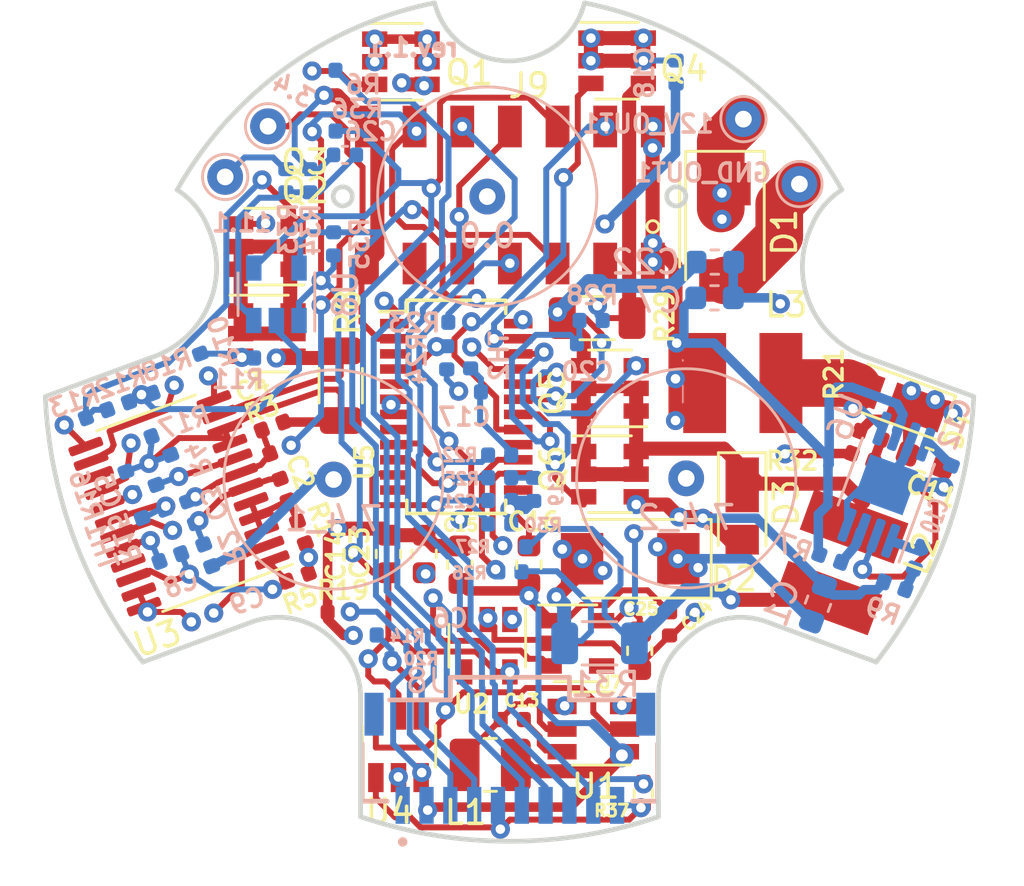
<source format=kicad_pcb>
(kicad_pcb (version 20211014) (generator pcbnew)
  (layers (0 "F.Cu" signal) (1 "In1.Cu" power) (2 "In2.Cu" power) (31 "B.Cu" signal) (34 "B.Paste" user) (35 "F.Paste" user) (36 "B.SilkS" user "B.Silkscreen") (37 "F.SilkS" user "F.Silkscreen") (38 "B.Mask" user) (39 "F.Mask" user) (44 "Edge.Cuts" user))
  (net 0 "")
  (net 1 "Earth")
  (net 2 "Net-(C2-Pad2)")
  (net 3 "Net-(C2-Pad1)")
  (net 4 "Net-(C3-Pad1)")
  (net 5 "-BATT")
  (net 6 "Net-(C5-Pad1)")
  (net 7 "Net-(C8-Pad2)")
  (net 8 "Net-(C9-Pad1)")
  (net 9 "Net-(C13-Pad1)")
  (net 10 "Net-(C13-Pad2)")
  (net 11 "+3V3")
  (net 12 "+5V")
  (net 13 "Net-(C17-Pad1)")
  (net 14 "Net-(C19-Pad2)")
  (net 15 "Net-(C20-Pad2)")
  (net 16 "+12V")
  (net 17 "Net-(C21-Pad2)")
  (net 18 "+BATT")
  (net 19 "IMU_INT")
  (net 20 "GPS_INT")
  (net 21 "SDA")
  (net 22 "SCL")
  (net 23 "~{TS_EOC}")
  (net 26 "Net-(L2-Pad2)")
  (net 27 "Net-(Q2-Pad1)")
  (net 28 "Net-(Q2-Pad2)")
  (net 29 "Net-(Q2-Pad3)")
  (net 30 "Net-(Q3-Pad2)")
  (net 31 "Net-(Q4-Pad3)")
  (net 32 "Net-(Q4-Pad2)")
  (net 33 "Net-(Q5-Pad2)")
  (net 34 "Net-(Q6-Pad2)")
  (net 35 "~{DELAYED_OFF}")
  (net 36 "Net-(R10-Pad2)")
  (net 37 "Net-(R13-Pad2)")
  (net 38 "Net-(R14-Pad2)")
  (net 39 "Net-(R15-Pad2)")
  (net 40 "Net-(R15-Pad1)")
  (net 41 "Net-(R16-Pad2)")
  (net 42 "Net-(R17-Pad2)")
  (net 43 "Net-(R18-Pad2)")
  (net 44 "Net-(R19-Pad2)")
  (net 45 "Net-(R22-Pad1)")
  (net 46 "Net-(R24-Pad2)")
  (net 47 "Net-(R25-Pad2)")
  (net 48 "Net-(R34-Pad1)")
  (net 49 "Net-(D3-Pad1)")
  (net 58 "Net-(Q1-Pad2)")
  (net 59 "Net-(D4-Pad2)")
  (net 60 "+15V")
  (net 61 "~{SHT_DWN_SIG}")
  (net 62 "Net-(7.4_1-Pad1)")
  (net 63 "Net-(C20-Pad1)")
  (net 64 "Net-(C10-Pad2)")
  (net 65 "Net-(C10-Pad1)")
  (net 66 "Net-(R7-Pad2)")
  (net 67 "Net-(R21-Pad2)")
  (net 68 "Net-(3.4-Pad1)")
  (net 69 "Net-(C12-Pad2)")
  (net 70 "/GND_OUT")
  (net 71 "/BATT_OUT")
  (net 72 "+3.3VP")
  (net 73 "ENDCAP_EN")
  (net 76 "Net-(R26-Pad2)")
  (net 77 "Net-(R27-Pad2)")
  (footprint "Package_TO_SOT_SMD:TSOT-23-6" (layer "F.Cu") (at 147.725 117.125 90)
    (fp_text reference "U4")
    (fp_text value "LTC6994CS6-1")
  )
  (footprint "Custom:SOT-23-6_mosfet" (layer "F.Cu") (at 156.9 88.35)
    (fp_text reference "Q4")
    (fp_text value "Si3483CDV")
  )
  (footprint "Capacitor_SMD:C_0603_1608Metric" (layer "F.Cu") (at 153.2 109.5 -90)
    (fp_text reference "C16")
    (fp_text value "10uF")
  )
  (footprint "Custom:Inductor5x5mm" (layer "F.Cu") (at 166.297232 109.396492 -110)
    (fp_text reference "L2")
    (fp_text value "10uH")
  )
  (footprint "Custom:Molex_87340-1424_B" (layer "F.Cu") (at 153.9 88.6098)
    (fp_text reference "J9")
    (fp_text value "Molex 087340-1424")
  )
  (footprint "Custom:SOT-23-6_mosfet" (layer "F.Cu") (at 156.6 102.1 180)
    (fp_text reference "Q5")
    (fp_text value "Si3483CDV")
  )
  (footprint "Custom:SOT-23-6_mosfet" (layer "F.Cu") (at 142.2 96.15 180)
    (fp_text reference "Q3")
    (fp_text value "FDC645N")
  )
  (footprint "Custom:SOT-23-6_mosfet" (layer "F.Cu") (at 142.2 99.8)
    (fp_text reference "Q2")
    (fp_text value "FDC645N")
  )
  (footprint "Capacitor_SMD:C_0603_1608Metric" (layer "F.Cu") (at 148.8 109.05 -90)
    (fp_text reference "C23")
    (fp_text value "22uF")
  )
  (footprint "Resistor_SMD:R_1206_3216Metric" (layer "F.Cu") (at 156.0625 99.15)
    (fp_text reference "R29")
    (fp_text value "0.25")
  )
  (footprint "Inductor_SMD:L_1008_2520Metric" (layer "F.Cu") (at 151.575 117.9)
    (fp_text reference "L1")
    (fp_text value "4.7uH")
  )
  (footprint "Package_TO_SOT_SMD:SOT-23-5" (layer "F.Cu") (at 151.45 112.9 -90)
    (fp_text reference "U2")
    (fp_text value "TPS70933DBV")
  )
  (footprint "Resistor_SMD:R_0402_1005Metric" (layer "F.Cu") (at 145.235 111.5)
    (fp_text reference "R19")
    (fp_text value "390K")
  )
  (footprint "Capacitor_SMD:C_0603_1608Metric" (layer "F.Cu") (at 150.3 109.5 -90)
    (fp_text reference "C15")
    (fp_text value "10uF")
  )
  (footprint "Custom:D_SOD-123EP" (layer "F.Cu") (at 162.15 107.05 -90)
    (fp_text reference "D3")
    (fp_text value "60V 3A")
  )
  (footprint "Custom:SOT-23-6_mosfet" (layer "F.Cu") (at 147.8264 88.392)
    (fp_text reference "Q1")
    (fp_text value "FDC645N")
  )
  (footprint "Capacitor_SMD:C_0603_1608Metric" (layer "F.Cu") (at 147.3 109.05 -90)
    (fp_text reference "C14")
    (fp_text value "4.7uF")
  )
  (footprint "Resistor_SMD:R_1206_3216Metric" (layer "F.Cu") (at 145.3 101.9875 -90)
    (fp_text reference "R8")
    (fp_text value "0.02")
  )
  (footprint "Package_TO_SOT_SMD:TSOT-23-6" (layer "F.Cu") (at 155.9 116.4 180)
    (fp_text reference "U1")
    (fp_text value "AP63205")
  )
  (footprint "Custom:SMA(DO-214AC)" (layer "F.Cu") (at 161.425 95.55 -90)
    (fp_text reference "D1")
    (fp_text value "30V 3A")
  )
  (footprint "Capacitor_SMD:C_0402_1005Metric" (layer "F.Cu") (at 142.925 106.35 -70)
    (fp_text reference "C2")
    (fp_text value "0.1uF")
  )
  (footprint "Resistor_SMD:R_0402_1005Metric" (layer "F.Cu") (at 142.794249 104.67588 20)
    (fp_text reference "R3")
    (fp_text value "1K")
  )
  (footprint "Resistor_SMD:R_0402_1005Metric" (layer "F.Cu") (at 143.65 108.15 -70)
    (fp_text reference "R1")
    (fp_text value "1K")
  )
  (footprint "Capacitor_SMD:C_0402_1005Metric" (layer "F.Cu") (at 142.44 103.68 -160)
    (fp_text reference "C4")
    (fp_text value "0.1uF")
  )
  (footprint "Custom:SOT-23-6_mosfet" (layer "F.Cu") (at 156.6 105.7)
    (fp_text reference "Q6")
    (fp_text value "FDC645N")
  )
  (footprint "Custom:SMA(DO-214AC)" (layer "F.Cu") (at 157.45 109.25 180)
    (fp_text reference "D2")
    (fp_text value "30V 3A")
  )
  (footprint "Custom:Inductor5x5mm" (layer "F.Cu") (at 162.175 101.875)
    (fp_text reference "L3")
    (fp_text value "10uH")
  )
  (footprint "Capacitor_SMD:C_0603_1608Metric" (layer "F.Cu") (at 169.840008 105.119341 -20)
    (fp_text reference "C11")
    (fp_text value "10uF")
  )
  (footprint "Resistor_SMD:R_0402_1005Metric" (layer "F.Cu") (at 167.2 105 160)
    (fp_text reference "R32")
    (fp_text value "10K")
  )
  (footprint "Custom:D_SOD-123EP" (layer "F.Cu") (at 168.654277 102.592182 160)
    (fp_text reference "D4")
    (fp_text value "60V 3A")
  )
  (footprint "Resistor_SMD:R_0402_1005Metric" (layer "F.Cu") (at 167.544249 104.06588 -20)
    (fp_text reference "R21")
    (fp_text value "110K")
  )
  (footprint "Resistor_SMD:R_0402_1005Metric" (layer "F.Cu") (at 143.5 110.025 20)
    (fp_text reference "R5")
    (fp_text value "1K")
  )
  (footprint "Package_SO:SSOP-24_3.9x8.7mm_P0.635mm" (layer "F.Cu") (at 150.15 102.875)
    (fp_text reference "U5")
    (fp_text value "LTC4007")
  )
  (footprint "Package_SO:TSSOP-24_4.4x7.8mm_P0.65mm" (layer "F.Cu") (at 138.514461 106.922366 -160)
    (fp_text reference "U3")
    (fp_text value "BQ77915")
  )
  (footprint "Package_TO_SOT_SMD:SOT-23-5" (layer "F.Cu") (at 155.15 112.8)
    (fp_text reference "U7")
    (fp_text value "TPS70933DBV")
  )
  (footprint "Capacitor_SMD:C_0402_1005Metric" (layer "F.Cu") (at 159.1 111.985 90)
    (fp_text reference "C24")
    (fp_text value "1uF")
  )
  (footprint "Capacitor_SMD:C_0603_1608Metric" (layer "F.Cu") (at 157.85 113.1125 90)
    (fp_text reference "C25")
    (fp_text value "4.7uF")
  )
  (footprint "Capacitor_SMD:C_0402_1005Metric" (layer "F.Cu") (at 152.5 116)
    (fp_text reference "C13")
    (fp_text value "0.1uF")
  )
  (footprint "Resistor_SMD:R_0402_1005Metric" (layer "F.Cu") (at 158 119.1 -90)
    (fp_text reference "R37")
    (fp_text value "300K")
  )
  (footprint "TestPoint:TestPoint_THTPad_D1.5mm_Drill0.7mm" (layer "B.Cu") (at 140.45 93.225)
    (fp_text reference "11.1")
    (fp_text value "11.1")
  )
  (footprint "Custom:TruHole_Batter_Contact_Pad_with_9mm_clear" (layer "B.Cu") (at 151.45 94.05)
    (fp_text reference "0.0")
    (fp_text value "0.0")
  )
  (footprint "Resistor_SMD:R_0402_1005Metric" (layer "B.Cu") (at 150.3 99.325)
    (fp_text reference "R23")
    (fp_text value "100K")
  )
  (footprint "Resistor_SMD:R_0402_1005Metric" (layer "B.Cu") (at 149.75 100.815 90)
    (fp_text reference "R24")
    (fp_text value "309K")
  )
  (footprint "Capacitor_SMD:C_0402_1005Metric" (layer "B.Cu") (at 150.7 102.25 180)
    (fp_text reference "C17")
    (fp_text value "0.47uF")
  )
  (footprint "Resistor_SMD:R_0402_1005Metric" (layer "B.Cu") (at 150.75 100.775 -90)
    (fp_text reference "TH2")
    (fp_text value "10K")
  )
  (footprint "TestPoint:TestPoint_THTPad_D1.5mm_Drill0.7mm" (layer "B.Cu") (at 162.2 90.8)
    (fp_text reference "12V_OUT1")
    (fp_text value "12V_OUT")
  )
  (footprint "TestPoint:TestPoint_THTPad_D1.5mm_Drill0.7mm" (layer "B.Cu") (at 164.55 93.525)
    (fp_text reference "GND_OUT1")
    (fp_text value "GND_OUT")
  )
  (footprint "Resistor_SMD:R_0402_1005Metric" (layer "B.Cu") (at 139.71588 109.105751 -70)
    (fp_text reference "R2")
    (fp_text value "1K")
  )
  (footprint "Resistor_SMD:R_0402_1005Metric" (layer "B.Cu") (at 144.595 88.75 180)
    (fp_text reference "R6")
    (fp_text value "1K")
  )
  (footprint "Resistor_SMD:R_1206_3216Metric" (layer "B.Cu") (at 156.1625 112.8)
    (fp_text reference "R31")
    (fp_text value "0.05")
  )
  (footprint "TestPoint:TestPoint_THTPad_D1.5mm_Drill0.7mm" (layer "B.Cu") (at 142.25 91.1)
    (fp_text reference "3.4")
    (fp_text value "3.4")
  )
  (footprint "Resistor_SMD:R_0402_1005Metric" (layer "B.Cu") (at 152.585 108.75 180)
    (fp_text reference "R27")
    (fp_text value "3.01K")
  )
  (footprint "Custom:SAMTEC_T1M-10-F-SH-L-K" (layer "B.Cu") (at 152.4 119.6)
    (fp_text reference "J8")
    (fp_text value " ‎SAM16035-ND‎")
  )
  (footprint "Capacitor_SMD:C_0402_1005Metric" (layer "B.Cu") (at 151.95 111.75)
    (fp_text reference "C6")
    (fp_text value "1uF")
  )
  (footprint "Capacitor_SMD:C_0603_1608Metric" (layer "B.Cu") (at 165.330659 111.140008 -110)
    (fp_text reference "C1")
    (fp_text value "10uF")
  )
  (footprint "Resistor_SMD:R_0402_1005Metric" (layer "B.Cu") (at 146.94 113.45 180)
    (fp_text reference "R20")
    (fp_text value "887K")
  )
  (footprint "Capacitor_SMD:C_0402_1005Metric" (layer "B.Cu") (at 153.4 106.34 90)
    (fp_text reference "C19")
    (fp_text value "1uF")
  )
  (footprint "Capacitor_SMD:C_0402_1005Metric" (layer "B.Cu") (at 151.97 106.8058 180)
    (fp_text reference "C21")
    (fp_text value "4.7nF")
  )
  (footprint "Resistor_SMD:R_0402_1005Metric" (layer "B.Cu") (at 151.97 107.79 180)
    (fp_text reference "R30")
    (fp_text value "26.7K")
  )
  (footprint "Resistor_SMD:R_0402_1005Metric" (layer "B.Cu") (at 151.97 105.85 180)
    (fp_text reference "R25")
    (fp_text value "6.04K")
  )
  (footprint "Resistor_SMD:R_0402_1005Metric" (layer "B.Cu") (at 151.97 104.9)
    (fp_text reference "R22")
    (fp_text value "32.4K")
  )
  (footprint "Resistor_SMD:R_0402_1005Metric" (layer "B.Cu") (at 152.4 109.8 180)
    (fp_text reference "R26")
    (fp_text value "3.01K")
  )
  (footprint "Resistor_SMD:R_0402_1005Metric" (layer "B.Cu") (at 146.325 112.45)
    (fp_text reference "R14")
    (fp_text value "1M")
  )
  (footprint "Capacitor_SMD:C_0603_1608Metric" (layer "B.Cu") (at 161 96.8 180)
    (fp_text reference "C22")
    (fp_text value "22uF")
  )
  (footprint "Custom:TruHole_Batter_Contact_Pad_with_9mm_clear" (layer "B.Cu") (at 145 105.925)
    (fp_text reference "7.4_1")
    (fp_text value "7.4")
  )
  (footprint "Resistor_SMD:R_0402_1005Metric" (layer "B.Cu") (at 137.13412 107.994249 110)
    (fp_text reference "TH1")
    (fp_text value "10K")
  )
  (footprint "Resistor_SMD:R_0402_1005Metric" (layer "B.Cu") (at 135.955751 102.83412 -160)
    (fp_text reference "R12")
    (fp_text value "1M")
  )
  (footprint "Resistor_SMD:R_0402_1005Metric" (layer "B.Cu") (at 136.905751 104.28412 -160)
    (fp_text reference "R17")
    (fp_text value "10K")
  )
  (footprint "Resistor_SMD:R_0402_1005Metric" (layer "B.Cu") (at 134.15 103.5 -160)
    (fp_text reference "R13")
    (fp_text value "1K")
  )
  (footprint "Resistor_SMD:R_0402_1005Metric" (layer "B.Cu") (at 142.15 100.825 180)
    (fp_text reference "R11")
    (fp_text value "1M")
  )
  (footprint "Resistor_SMD:R_0402_1005Metric" (layer "B.Cu") (at 139.575 101.1 -70)
    (fp_text reference "R10")
    (fp_text value "10K")
  )
  (footprint "Capacitor_SMD:C_0402_1005Metric" (layer "B.Cu") (at 139.494249 111.71588 -160)
    (fp_text reference "C9")
    (fp_text value "1uF")
  )
  (footprint "Capacitor_SMD:C_0402_1005Metric" (layer "B.Cu") (at 138.15 109.2 20)
    (fp_text reference "C8")
    (fp_text value "1uF")
  )
  (footprint "Capacitor_SMD:C_0402_1005Metric" (layer "B.Cu") (at 137.38412 105.694249 110)
    (fp_text reference "C5")
    (fp_text value "0.1uF")
  )
  (footprint "Resistor_SMD:R_0402_1005Metric" (layer "B.Cu") (at 137.855751 102.13412 20)
    (fp_text reference "R18")
    (fp_text value "470K")
  )
  (footprint "Capacitor_SMD:C_0402_1005Metric" (layer "B.Cu") (at 139.03412 107.294249 -70)
    (fp_text reference "C3")
    (fp_text value "0.1uF")
  )
  (footprint "Capacitor_SMD:C_0603_1608Metric" (layer "B.Cu") (at 160.9875 98.3)
    (fp_text reference "C7")
    (fp_text value "10uF")
  )
  (footprint "Resistor_SMD:R_0402_1005Metric" (layer "B.Cu") (at 136.45 106.05 -70)
    (fp_text reference "R16")
    (fp_text value "100K")
  )
  (footprint "Resistor_SMD:R_0402_1005Metric" (layer "B.Cu") (at 138.08412 107.644249 -70)
    (fp_text reference "R15")
    (fp_text value "10K")
  )
  (footprint "Resistor_SMD:R_0402_1005Metric" (layer "B.Cu") (at 138.33412 105.344249 110)
    (fp_text reference "R4")
    (fp_text value "1K")
  )
  (footprint "Capacitor_SMD:C_0402_1005Metric" (layer "B.Cu") (at 159.375 88.825 90)
    (fp_text reference "C18")
    (fp_text value "0.1uF")
  )
  (footprint "Resistor_SMD:R_0402_1005Metric" (layer "B.Cu") (at 155.81 99.25 180)
    (fp_text reference "R28")
    (fp_text value "4.99K")
  )
  (footprint "Capacitor_SMD:C_0402_1005Metric" (layer "B.Cu") (at 155.7 100.225 180)
    (fp_text reference "C20")
    (fp_text value "15nF")
  )
  (footprint "Custom:TruHole_Batter_Contact_Pad_with_9mm_clear" (layer "B.Cu") (at 159.8 105.875)
    (fp_text reference "7.4_2")
    (fp_text value "7.4")
  )
  (footprint "Package_SO:MSOP-8-1EP_3x3mm_P0.65mm_EP1.95x2.15mm" (layer "B.Cu") (at 168.199895 106.142334 70)
    (fp_text reference "U6")
    (fp_text value "MP3213")
  )
  (footprint "Capacitor_SMD:C_0402_1005Metric" (layer "B.Cu") (at 169.53412 109.205751 -110)
    (fp_text reference "C10")
    (fp_text value "1nF")
  )
  (footprint "Resistor_SMD:R_0402_1005Metric" (layer "B.Cu") (at 165.844249 109.23412 -20)
    (fp_text reference "R7")
    (fp_text value "100K")
  )
  (footprint "Capacitor_SMD:C_0402_1005Metric" (layer "B.Cu") (at 170.763924 105.793231 70)
    (fp_text reference "C12")
    (fp_text value "1uF")
  )
  (footprint "Resistor_SMD:R_0402_1005Metric" (layer "B.Cu") (at 168.544249 110.38412 160)
    (fp_text reference "R9")
    (fp_text value "15K")
  )
  (footprint "Resistor_SMD:R_0402_1005Metric" (layer "B.Cu") (at 144 93.385 90)
    (fp_text reference "R34")
    (fp_text value "100K")
  )
  (footprint "Resistor_SMD:R_0402_1005Metric" (layer "B.Cu") (at 143 93.385 -90)
    (fp_text reference "R33")
    (fp_text value "300K")
  )
  (footprint "Package_TO_SOT_SMD:SOT-23-5" (layer "B.Cu") (at 142.6 98.15 90)
    (fp_text reference "U8")
    (fp_text value "MCP3221")
  )
  (footprint "Resistor_SMD:R_0402_1005Metric" (layer "B.Cu") (at 145 96.035 -90)
    (fp_text reference "R35")
    (fp_text value "DNP")
  )
  (footprint "Resistor_SMD:R_0402_1005Metric" (layer "B.Cu") (at 144.6 91.3 180)
    (fp_text reference "R36")
    (fp_text value "DNP")
  )
  (footprint "Capacitor_SMD:C_0402_1005Metric" (layer "B.Cu") (at 145.48 92.3 180)
    (fp_text reference "C26")
    (fp_text value "0.1uF")
  )
  (gr_arc (start 138.436875 93.767487) (mid 142.979596 88.663703) (end 149.237361 85.920475) (layer "Edge.Cuts") (width 0.2))
  (gr_arc (start 158.634159 120.079237) (mid 152.384159 121.107976) (end 146.134159 120.079237) (layer "Edge.Cuts") (width 0.2))
  (gr_circle (center 145.384159 94.042466) (end 145.784159 94.042466) (layer "Edge.Cuts") (width 0.2) (fill none))
  (gr_circle (center 159.384158 94.042466) (end 159.784158 94.042466) (layer "Edge.Cuts") (width 0.2) (fill none))
  (gr_arc (start 155.530957 85.920475) (mid 152.384159 88.357974) (end 149.237361 85.920475) (layer "Edge.Cuts") (width 0.2))
  (gr_line (start 163.203313 111.906094) (end 167.772713 113.58472) (layer "Edge.Cuts") (width 0.2))
  (gr_arc (start 167.29694 100.762802) (mid 164.973005 98.520061) (end 165.063259 95.291684) (layer "Edge.Cuts") (width 0.2))
  (gr_arc (start 155.530958 85.920476) (mid 161.788723 88.663704) (end 166.331443 93.767488) (layer "Edge.Cuts") (width 0.2))
  (gr_arc (start 165.063259 95.291685) (mid 165.578276 94.430512) (end 166.331443 93.767488) (layer "Edge.Cuts") (width 0.2))
  (gr_arc (start 138.436875 93.767487) (mid 139.190042 94.430511) (end 139.705059 95.291684) (layer "Edge.Cuts") (width 0.2))
  (gr_line (start 171.866339 102.441426) (end 167.29694 100.762801) (layer "Edge.Cuts") (width 0.2))
  (gr_arc (start 158.634158 115.051659) (mid 158.862519 113.903609) (end 159.512838 112.930339) (layer "Edge.Cuts") (width 0.2))
  (gr_arc (start 159.784517 112.658659) (mid 161.383933 111.782745) (end 163.203313 111.906094) (layer "Edge.Cuts") (width 0.2))
  (gr_arc (start 145.255479 112.930339) (mid 145.905797 113.903609) (end 146.134159 115.051659) (layer "Edge.Cuts") (width 0.2))
  (gr_line (start 158.634158 120.079237) (end 158.634158 115.051659) (layer "Edge.Cuts") (width 0.2))
  (gr_arc (start 141.565005 111.906095) (mid 143.384384 111.782746) (end 144.9838 112.658659) (layer "Edge.Cuts") (width 0.2))
  (gr_arc (start 139.705058 95.291685) (mid 139.795312 98.52006) (end 137.471378 100.762801) (layer "Edge.Cuts") (width 0.2))
  (gr_line (start 146.134159 115.051659) (end 146.134159 120.079237) (layer "Edge.Cuts") (width 0.2))
  (gr_line (start 159.512837 112.930339) (end 159.784517 112.658659) (layer "Edge.Cuts") (width 0.2))
  (gr_arc (start 136.995605 113.584719) (mid 134.08019 108.332164) (end 132.901979 102.441426) (layer "Edge.Cuts") (width 0.2))
  (gr_line (start 136.995605 113.58472) (end 141.565005 111.906094) (layer "Edge.Cuts") (width 0.2))
  (gr_line (start 137.471378 100.762801) (end 132.901979 102.441426) (layer "Edge.Cuts") (width 0.2))
  (gr_arc (start 171.86634 102.441427) (mid 170.688128 108.332165) (end 167.772713 113.58472) (layer "Edge.Cuts") (width 0.2))
  (gr_line (start 144.9838 112.658659) (end 145.255479 112.930339) (layer "Edge.Cuts") (width 0.2))
  (gr_text "rev.1.1\n" (at 148.3 87.8) (layer "B.SilkS") (effects (font (size 0.75 0.75) (thickness 0.1875)) (justify mirror)))
  (segment (start 162.15 108.7) (end 161.85 108.7) (width 0.59) (layer "F.Cu") (net 1))
  (segment (start 159.5 107.5) (end 160.45 107.5) (width 0.59) (layer "F.Cu") (net 1))
  (segment (start 144.75 111.5) (end 144.75 108.401678) (width 0.4) (layer "F.Cu") (net 1))
  (segment (start 148.9264 89.342) (end 147.925052 89.342) (width 0.59) (layer "F.Cu") (net 1))
  (segment (start 144.75 111.5) (end 144.75 111.794051) (width 0.4) (layer "F.Cu") (net 1))
  (segment (start 152.75 101.2875) (end 151.721943 101.2875) (width 0.25) (layer "F.Cu") (net 1))
  (segment (start 147.55 102.923839) (end 147.409152 102.782991) (width 0.25) (layer "F.Cu") (net 1))
  (segment (start 145.15 89.8) (end 144.6 89.8) (width 0.59) (layer "F.Cu") (net 1))
  (segment (start 144.75 111.794051) (end 145.422337 112.466388) (width 0.4) (layer "F.Cu") (net 1))
  (segment (start 156.7125 112.8) (end 154.05 112.8) (width 0.25) (layer "F.Cu") (net 1))
  (segment (start 147.3 108.2625) (end 148.8 108.2625) (width 0.59) (layer "F.Cu") (net 1))
  (segment (start 157.85 113.9375) (end 156.7125 112.8) (width 0.25) (layer "F.Cu") (net 1))
  (segment (start 147.55 100.0175) (end 146.864899 100.0175) (width 0.25) (layer "F.Cu") (net 1))
  (segment (start 153.905 112.655) (end 151.75 112.655) (width 0.25) (layer "F.Cu") (net 1))
  (segment (start 166.744249 104.83412) (end 163.96588 104.83412) (width 0.4) (layer "F.Cu") (net 1))
  (segment (start 152.915002 99.217498) (end 152.944231 99.217498) (width 0.25) (layer "F.Cu") (net 1))
  (segment (start 158.975 106.975) (end 159.5 107.5) (width 0.59) (layer "F.Cu") (net 1))
  (segment (start 151.75 112.655) (end 151.75 112.1) (width 0.25) (layer "F.Cu") (net 1))
  (segment (start 146.864899 100.0175) (end 146.172318 99.324919) (width 0.25) (layer "F.Cu") (net 1))
  (segment (start 146.837427 96.422373) (end 146.837427 91.487427) (width 0.59) (layer "F.Cu") (net 1))
  (segment (start 159.1 112.47) (end 159.201207 112.47) (width 0.25) (layer "F.Cu") (net 1))
  (segment (start 147.925052 89.342) (end 147.85966 89.276608) (width 0.59) (layer "F.Cu") (net 1))
  (segment (start 153.2 108.8125) (end 153.2 107.975502) (width 0.25) (layer "F.Cu") (net 1))
  (segment (start 146.837427 91.487427) (end 145.15 89.8) (width 0.59) (layer "F.Cu") (net 1))
  (segment (start 145.422337 112.466388) (end 145.827101 112.466388) (width 0.4) (layer "F.Cu") (net 1))
  (segment (start 157.7 106.975) (end 158.975 106.975) (width 0.59) (layer "F.Cu") (net 1))
  (segment (start 157.85 113.72) (end 159.1 112.47) (width 0.25) (layer "F.Cu") (net 1))
  (segment (start 151.75 112.1) (end 151.45 111.8) (width 0.25) (layer "F.Cu") (net 1))
  (segment (start 160.45 107.5) (end 160.5 107.55) (width 0.59) (layer "F.Cu") (net 1))
  (segment (start 153.2 107.975502) (end 152.399998 107.1755) (width 0.25) (layer "F.Cu") (net 1))
  (segment (start 170.580016 105.388682) (end 170.580016 106.210237) (width 0.25) (layer "F.Cu") (net 1))
  (segment (start 149.25 108.7125) (end 150.3 108.7125) (width 0.59) (layer "F.Cu") (net 1))
  (segment (start 152.75 99.3825) (end 152.915002 99.217498) (width 0.25) (layer "F.Cu") (net 1))
  (segment (start 147.55 102.642143) (end 147.409152 102.782991) (width 0.25) (layer "F.Cu") (net 1))
  (segment (start 147.55 102.5575) (end 147.55 102.642143) (width 0.25) (layer "F.Cu") (net 1))
  (segment (start 147.3 108.2625) (end 147.023936 107.986436) (width 0.59) (layer "F.Cu") (net 1))
  (segment (start 160.7 107.55) (end 160.5 107.55) (width 0.59) (layer "F.Cu") (net 1))
  (segment (start 161.85 108.7) (end 160.7 107.55) (width 0.59) (layer "F.Cu") (net 1))
  (segment (start 147.55 103.1925) (end 147.55 102.923839) (width 0.25) (layer "F.Cu") (net 1))
  (segment (start 163.96588 104.83412) (end 163.95 104.85) (width 0.4) (layer "F.Cu") (net 1))
  (segment (start 142.124731 95.2) (end 142.149721 95.17501) (width 0.25) (layer "F.Cu") (net 1))
  (segment (start 147.023936 107.986436) (end 145.165242 107.986436) (width 0.59) (layer "F.Cu") (net 1))
  (segment (start 146.4 96.8598) (end 146.837427 96.422373) (width 0.59) (layer "F.Cu") (net 1))
  (segment (start 159.201207 112.47) (end 160.170807 111.5004) (width 0.25) (layer "F.Cu") (net 1))
  (segment (start 151.721943 101.2875) (end 150.798806 100.364363) (width 0.25) (layer "F.Cu") (net 1))
  (segment (start 148.8 108.2625) (end 149.25 108.7125) (width 0.59) (layer "F.Cu") (net 1))
  (segment (start 170.580016 106.210237) (end 170.605274 106.235495) (width 0.25) (layer "F.Cu") (net 1))
  (segment (start 154.05 112.8) (end 153.905 112.655) (width 0.25) (layer "F.Cu") (net 1))
  (segment (start 144.75 108.401678) (end 145.165242 107.986436) (width 0.4) (layer "F.Cu") (net 1))
  (segment (start 157.85 113.9375) (end 157.85 113.72) (width 0.25) (layer "F.Cu") (net 1))
  (segment (start 146.172318 99.324919) (end 146.172318 97.512594) (width 0.25) (layer "F.Cu") (net 1))
  (segment (start 141.1 95.2) (end 142.124731 95.2) (width 0.25) (layer "F.Cu") (net 1))
  (via (at 147.409152 102.782991) (size 0.8) (drill 0.4) (layers "F.Cu" "B.Cu") (net 1))
  (via (at 150.249553 102.219707) (size 0.8) (drill 0.4) (layers "F.Cu" "B.Cu") (net 1))
  (via (at 147.717165 118.406768) (size 0.8) (drill 0.4) (layers "F.Cu" "B.Cu") (net 1))
  (via (at 154.7 115.4245) (size 0.8) (drill 0.4) (layers "F.Cu" "B.Cu") (net 1))
  (via (at 150.798806 100.364363) (size 0.8) (drill 0.4) (layers "F.Cu" "B.Cu") (net 1))
  (via (at 148.8 89.4) (size 0.8) (drill 0.4) (layers "F.Cu" "B.Cu") (net 1))
  (via (at 136.937511 102.362511) (size 0.8) (drill 0.4) (layers "F.Cu" "B.Cu") (net 1))
  (via (at 159.5 107.5) (size 0.8) (drill 0.4) (layers "F.Cu" "B.Cu") (net 1))
  (via (at 163.95 104.85) (size 0.8) (drill 0.4) (layers "F.Cu" "B.Cu") (net 1))
  (via (at 145.165242 107.986436) (size 0.8) (drill 0.4) (layers "F.Cu" "B.Cu") (net 1))
  (via (at 163.75 98.55) (size 0.8) (drill 0.4) (layers "F.Cu" "B.Cu") (net 1))
  (via (at 145.827101 112.466388) (size 0.8) (drill 0.4) (layers "F.Cu" "B.Cu") (net 1))
  (via (at 152.399998 107.1755) (size 0.8) (drill 0.4) (layers "F.Cu" "B.Cu") (net 1))
  (via (at 170.605274 106.235495) (size 0.8) (drill 0.4) (layers "F.Cu" "B.Cu") (net 1))
  (via (at 157.7 106.975) (size 0.8) (drill 0.4) (layers "F.Cu" "B.Cu") (net 1))
  (via (at 151.474997 111.740446) (size 0.8) (drill 0.4) (layers "F.Cu" "B.Cu") (net 1))
  (via (at 156.384002 95.2) (size 0.8) (drill 0.4) (layers "F.Cu" "B.Cu") (net 1))
  (via (at 160.170807 111.5004) (size 0.8) (drill 0.4) (layers "F.Cu" "B.Cu") (net 1))
  (via (at 144.6 89.8) (size 0.8) (drill 0.4) (layers "F.Cu" "B.Cu") (net 1))
  (via (at 147.85966 89.276608) (size 0.8) (drill 0.4) (layers "F.Cu" "B.Cu") (net 1))
  (via (at 142.149721 95.17501) (size 0.8) (drill 0.4) (layers "F.Cu" "B.Cu") (net 1))
  (via (at 160.5 107.55) (size 0.8) (drill 0.4) (layers "F.Cu" "B.Cu") (net 1))
  (via (at 152.944231 99.217498) (size 0.8) (drill 0.4) (layers "F.Cu" "B.Cu") (net 1))
  (segment (start 170.598044 106.248982) (end 169.501018 106.248982) (width 0.4) (layer "B.Cu") (net 1))
  (segment (start 147.9 118.589603) (end 147.717165 118.406768) (width 0.25) (layer "B.Cu") (net 1))
  (segment (start 136.411502 102.66824) (end 136.631782 102.66824) (width 0.25) (layer "B.Cu") (net 1))
  (segment (start 137.4 102.3) (end 137.000022 102.3) (width 0.25) (layer "B.Cu") (net 1))
  (segment (start 159.35 89.335) (end 159.35 92.234002) (width 0.4) (layer "B.Cu") (net 1))
  (segment (start 152.455 107.79) (end 152.455 106.8) (width 0.4) (layer "B.Cu") (net 1))
  (segment (start 166.548351 106.851649) (end 167.257666 106.142334) (width 0.25) (layer "B.Cu") (net 1))
  (segment (start 166.548351 107.829203) (end 166.548351 106.851649) (width 0.25) (layer "B.Cu") (net 1))
  (segment (start 137.000022 102.3) (end 136.937511 102.362511) (width 0.25) (layer "B.Cu") (net 1))
  (segment (start 153.4 106.825) (end 153.0495 107.1755) (width 0.4) (layer "B.Cu") (net 1))
  (segment (start 149.75 101.3) (end 149.75 101.720154) (width 0.25) (layer "B.Cu") (net 1))
  (segment (start 143.55 101.3) (end 141.88 102.97) (width 0.25) (layer "B.Cu") (net 1))
  (segment (start 167.257666 106.142334) (end 168.199895 106.142334) (width 0.25) (layer "B.Cu") (net 1))
  (segment (start 159.35 92.234002) (end 156.384002 95.2) (width 0.4) (layer "B.Cu") (net 1))
  (segment (start 161.775 98.3) (end 161.775 96.8125) (width 0.4) (layer "B.Cu") (net 1))
  (segment (start 143.55 100.6) (end 143.55 101.3) (width 0.25) (layer "B.Cu") (net 1))
  (segment (start 147.9 119.6) (end 147.9 118.589603) (width 0.25) (layer "B.Cu") (net 1))
  (segment (start 168.9 105.1) (end 169.2 104.3) (width 0.4) (layer "B.Cu") (net 1))
  (segment (start 161.775 98.3) (end 163.5 98.3) (width 0.4) (layer "B.Cu") (net 1))
  (segment (start 152.455 106.8058) (end 153.3808 106.8058) (width 0.4) (layer "B.Cu") (net 1))
  (segment (start 165.6 110.4) (end 162.75 107.55) (width 0.4) (layer "B.Cu") (net 1))
  (segment (start 142.6 99.25) (end 142.6 99.65) (width 0.25) (layer "B.Cu") (net 1))
  (segment (start 141.88 102.97) (end 137.47 102.97) (width 0.25) (layer "B.Cu") (net 1))
  (segment (start 136.631782 102.66824) (end 136.900011 102.400011) (width 0.25) (layer "B.Cu") (net 1))
  (segment (start 153.0495 107.1755) (end 152.399998 107.1755) (width 0.4) (layer "B.Cu") (net 1))
  (segment (start 163.5 98.3) (end 163.75 98.55) (width 0.4) (layer "B.Cu") (net 1))
  (segment (start 169.392334 106.142334) (end 168.2 106.142334) (width 0.4) (layer "B.Cu") (net 1))
  (segment (start 169.501018 106.248982) (end 169.5 106.25) (width 0.4) (layer "B.Cu") (net 1))
  (segment (start 167.800001 110.549999) (end 168.1 110.25) (width 0.4) (layer "B.Cu") (net 1))
  (segment (start 144 92.9) (end 144.4 92.9) (width 0.25) (layer "B.Cu") (net 1))
  (segment (start 143.368216 91.031784) (end 144.6 89.8) (width 0.25) (layer "B.Cu") (net 1))
  (segment (start 168.2 106.1) (end 168.9 105.1) (width 0.4) (layer "B.Cu") (net 1))
  (segment (start 169.5 106.25) (end 169.392334 106.142334) (width 0.4) (layer "B.Cu") (net 1))
  (segment (start 149.75 101.720154) (end 150.249553 102.219707) (width 0.25) (layer "B.Cu") (net 1))
  (segment (start 167.265999 110.549999) (end 167.800001 110.549999) (width 0.4) (layer "B.Cu") (net 1))
  (segment (start 144.4 92.9) (end 145 92.3) (width 0.25) (layer "B.Cu") (net 1))
  (segment (start 165.6 110.4) (end 165.970395 110.770395) (width 0.4) (layer "B.Cu") (net 1))
  (segment (start 144 92.9) (end 143.368216 92.268216) (width 0.25) (layer "B.Cu") (net 1))
  (segment (start 137.47 102.97) (end 136.900011 102.400011) (width 0.25) (layer "B.Cu") (net 1))
  (segment (start 165.970395 110.770395) (end 167.045603 110.770395) (width 0.4) (layer "B.Cu") (net 1))
  (segment (start 136.937511 102.362511) (end 136.900011 102.400011) (width 0.25) (layer "B.Cu") (net 1))
  (segment (start 143.368216 92.268216) (end 143.368216 91.031784) (width 0.25) (layer "B.Cu") (net 1))
  (segment (start 162.75 107.55) (end 160.5 107.55) (width 0.4) (layer "B.Cu") (net 1))
  (segment (start 168.199895 106.142334) (end 170.512113 106.142334) (width 0.59) (layer "B.Cu") (net 1))
  (segment (start 153.3808 106.8058) (end 153.4 106.825) (width 0.4) (layer "B.Cu") (net 1))
  (segment (start 167.045603 110.770395) (end 167.265999 110.549999) (width 0.4) (layer "B.Cu") (net 1))
  (segment (start 170.512113 106.142334) (end 170.605274 106.235495) (width 0.59) (layer "B.Cu") (net 1))
  (segment (start 142.6 99.65) (end 143.55 100.6) (width 0.25) (layer "B.Cu") (net 1))
  (segment (start 143.09088 106.805751) (end 141.760114 107.470334) (width 0.25) (layer "F.Cu") (net 2))
  (segment (start 141.982427 108.081134) (end 141.537801 106.859534) (width 0.25) (layer "F.Cu") (net 2))
  (segment (start 143.09088 106.805751) (end 143.48412 107.694249) (width 0.25) (layer "F.Cu") (net 2))
  (segment (start 142.75912 105.894249) (end 142.519249 105.894249) (width 0.25) (layer "F.Cu") (net 3))
  (segment (start 139.35 107.65) (end 140.35 106.65) (width 0.25) (layer "F.Cu") (net 3))
  (segment (start 142.519249 105.894249) (end 142.3 105.925) (width 0.25) (layer "F.Cu") (net 3))
  (segment (start 142.3 105.925) (end 141.315488 106.248733) (width 0.25) (layer "F.Cu") (net 3))
  (segment (start 140.35 106.65) (end 141.315488 106.248733) (width 0.25) (layer "F.Cu") (net 3))
  (via (at 139.35 107.65) (size 0.8) (drill 0.4) (layers "F.Cu" "B.Cu") (net 3))
  (segment (start 139.2 107.75) (end 139.55 108.65) (width 0.25) (layer "B.Cu") (net 3))
  (segment (start 139.35 107.65) (end 139.2 107.75) (width 0.25) (layer "B.Cu") (net 3))
  (segment (start 141.093175 105.637933) (end 141.95 105.31) (width 0.25) (layer "F.Cu") (net 4))
  (segment (start 142.338498 104.84176) (end 142.01 103.94) (width 0.25) (layer "F.Cu") (net 4))
  (segment (start 141.95 105.31) (end 142.338498 104.84176) (width 0.25) (layer "F.Cu") (net 4))
  (segment (start 140.15 106.05) (end 141.093175 105.637933) (width 0.25) (layer "F.Cu") (net 4))
  (segment (start 139.2 106.65) (end 140.15 106.05) (width 0.25) (layer "F.Cu") (net 4))
  (via (at 139.2 106.65) (size 0.8) (drill 0.4) (layers "F.Cu" "B.Cu") (net 4))
  (segment (start 138.9 106.8) (end 139.2 106.65) (width 0.25) (layer "B.Cu") (net 4))
  (segment (start 137.191316 111.483684) (end 136.825 110.65) (width 0.25) (layer "F.Cu") (net 5))
  (segment (start 137.3125 108.4875) (end 137.25 108.425) (width 0.25) (layer "F.Cu") (net 5))
  (segment (start 142.895751 103.51412) (end 145.26088 103.51412) (width 0.4) (layer "F.Cu") (net 5))
  (segment (start 145.3 102.3) (end 145.15 102.15) (width 0.25) (layer "F.Cu") (net 5))
  (segment (start 138.613684 111.483684) (end 139.03 111.9) (width 0.25) (layer "F.Cu") (net 5))
  (segment (start 137.191316 111.483684) (end 138.613684 111.483684) (width 0.25) (layer "F.Cu") (net 5))
  (segment (start 138.514523 104.185477) (end 140.564523 104.185477) (width 0.25) (layer "F.Cu") (net 5))
  (segment (start 140.564523 104.185477) (end 140.648548 104.416333) (width 0.25) (layer "F.Cu") (net 5))
  (segment (start 137.25 105.25) (end 138.514523 104.185477) (width 0.25) (layer "F.Cu") (net 5))
  (segment (start 144.65 102.15) (end 141.566819 103.216819) (width 0.25) (layer "F.Cu") (net 5))
  (segment (start 137.25 108.425) (end 136.158061 108.817599) (width 0.25) (layer "F.Cu") (net 5))
  (segment (start 141.566819 103.216819) (end 140.426235 103.805533) (width 0.25) (layer "F.Cu") (net 5))
  (segment (start 145.3 103.475) (end 145.3 102.3) (width 0.25) (layer "F.Cu") (net 5))
  (segment (start 145.15 102.15) (end 144.65 102.15) (width 0.25) (layer "F.Cu") (net 5))
  (segment (start 140.426235 103.805533) (end 140.564523 104.185477) (width 0.25) (layer "F.Cu") (net 5))
  (segment (start 145.26088 103.51412) (end 145.3 103.475) (width 0.4) (layer "F.Cu") (net 5))
  (via (at 137.25 105.25) (size 0.8) (drill 0.4) (layers "F.Cu" "B.Cu") (net 5))
  (via (at 139.03 111.9) (size 0.8) (drill 0.4) (layers "F.Cu" "B.Cu") (net 5))
  (via (at 137.3125 108.4875) (size 0.8) (drill 0.4) (layers "F.Cu" "B.Cu") (net 5))
  (via (at 137.191316 111.483684) (size 0.8) (drill 0.4) (layers "F.Cu" "B.Cu") (net 5))
  (segment (start 136.25 105.6) (end 138.15 104.9) (width 0.25) (layer "B.Cu") (net 5))
  (segment (start 137.3125 108.4875) (end 137.7 109.35) (width 0.25) (layer "B.Cu") (net 5))
  (segment (start 137.25 105.25) (end 137.4 104.1) (width 0.25) (layer "B.Cu") (net 5))
  (segment (start 138.5 105.8) (end 140.075 105.325) (width 0.25) (layer "F.Cu") (net 6))
  (segment (start 140.075 105.325) (end 140.870861 105.027133) (width 0.25) (layer "F.Cu") (net 6))
  (via (at 138.5 105.8) (size 0.8) (drill 0.4) (layers "F.Cu" "B.Cu") (net 6))
  (segment (start 137.55 106.15) (end 138.5 105.8) (width 0.25) (layer "B.Cu") (net 6))
  (segment (start 137.29317 109.75683) (end 136.602687 110.039199) (width 0.25) (layer "F.Cu") (net 7))
  (segment (start 138.2 110.2) (end 137.29317 109.75683) (width 0.25) (layer "F.Cu") (net 7))
  (segment (start 142.427053 109.573684) (end 143.044249 110.19088) (width 0.25) (layer "F.Cu") (net 7))
  (segment (start 142.427053 109.302734) (end 142.427053 109.573684) (width 0.25) (layer "F.Cu") (net 7))
  (segment (start 143.044249 110.19088) (end 142.698758 110.536371) (width 0.25) (layer "F.Cu") (net 7))
  (segment (start 138.95 109.9) (end 138.2 110.2) (width 0.25) (layer "F.Cu") (net 7))
  (segment (start 142.698758 110.536371) (end 142.436371 110.536371) (width 0.25) (layer "F.Cu") (net 7))
  (via (at 142.436371 110.536371) (size 0.8) (drill 0.4) (layers "F.Cu" "B.Cu") (net 7))
  (via (at 138.95 109.9) (size 0.8) (drill 0.4) (layers "F.Cu" "B.Cu") (net 7))
  (segment (start 138.95 109.9) (end 139.936371 110.536371) (width 0.25) (layer "B.Cu") (net 7))
  (segment (start 139.936371 110.536371) (end 142.436371 110.536371) (width 0.25) (layer "B.Cu") (net 7))
  (segment (start 138.95 109.9) (end 138.6 109.05) (width 0.25) (layer "B.Cu") (net 7))
  (segment (start 141.15 109.15) (end 142.20474 108.691934) (width 0.25) (layer "F.Cu") (net 8))
  (segment (start 139.97 111.53) (end 141.15 110.35) (width 0.25) (layer "F.Cu") (net 8))
  (segment (start 141.15 110.35) (end 141.15 109.15) (width 0.25) (layer "F.Cu") (net 8))
  (via (at 139.97 111.53) (size 0.8) (drill 0.4) (layers "F.Cu" "B.Cu") (net 8))
  (segment (start 152.015 115.981784) (end 152.015 116) (width 0.25) (layer "F.Cu") (net 9))
  (segment (start 153.955 116.4) (end 153.655 116.1) (width 0.25) (layer "F.Cu") (net 9))
  (segment (start 152.641784 115.355) (end 152.015 115.981784) (width 0.25) (layer "F.Cu") (net 9))
  (segment (start 153.2 115.2) (end 153.045 115.355) (width 0.25) (layer "F.Cu") (net 9))
  (segment (start 153.4 115.2) (end 153.2 115.2) (width 0.25) (layer "F.Cu") (net 9))
  (segment (start 150.6 117.415) (end 152.015 116) (width 0.25) (layer "F.Cu") (net 9))
  (segment (start 150.6 117.6) (end 150.6 117.415) (width 0.25) (layer "F.Cu") (net 9))
  (segment (start 153.045 115.355) (end 152.641784 115.355) (width 0.25) (layer "F.Cu") (net 9))
  (segment (start 153.655 116.1) (end 153.655 115.455) (width 0.25) (layer "F.Cu") (net 9))
  (segment (start 154.59 116.4) (end 153.955 116.4) (width 0.25) (layer "F.Cu") (net 9))
  (segment (start 153.655 115.455) (end 153.4 115.2) (width 0.25) (layer "F.Cu") (net 9))
  (segment (start 153.655 117.05) (end 153.655 116.73569) (width 0.25) (layer "F.Cu") (net 10))
  (segment (start 152.985 116.06569) (end 152.985 116) (width 0.25) (layer "F.Cu") (net 10))
  (segment (start 153.905 117.3) (end 153.655 117.05) (width 0.25) (layer "F.Cu") (net 10))
  (segment (start 154.9 117.3) (end 153.905 117.3) (width 0.25) (layer "F.Cu") (net 10))
  (segment (start 153.655 116.73569) (end 152.985 116.06569) (width 0.25) (layer "F.Cu") (net 10))
  (segment (start 147.805 112.605) (end 148.345 113.145) (width 0.25) (layer "F.Cu") (net 11))
  (segment (start 146.455 114.155) (end 146.455 113.45) (width 0.25) (layer "F.Cu") (net 11))
  (segment (start 147.457438 94.782036) (end 147.999902 95.3245) (width 0.25) (layer "F.Cu") (net 11))
  (segment (start 146.7 114.4) (end 146.455 114.155) (width 0.25) (layer "F.Cu") (net 11))
  (segment (start 147.3 109.8375) (end 147.3 111.85) (width 0.25) (layer "F.Cu") (net 11))
  (segment (start 146.662478 109.8375) (end 145.824979 109.000001) (width 0.25) (layer "F.Cu") (net 11))
  (segment (start 150.96862 113.145) (end 151.823618 113.999998) (width 0.25) (layer "F.Cu") (net 11))
  (segment (start 144.475012 91.697027) (end 144.102485 91.3245) (width 0.25) (layer "F.Cu") (net 11))
  (segment (start 147.3 111.85) (end 147.3 112.605) (width 0.25) (layer "F.Cu") (net 11))
  (segment (start 149.574999 96.122844) (end 149.574999 97.994801) (width 0.25) (layer "F.Cu") (net 11))
  (segment (start 147.999902 95.3245) (end 148.776655 95.3245) (width 0.25) (layer "F.Cu") (net 11))
  (segment (start 147.3 112.605) (end 146.455 113.45) (width 0.25) (layer "F.Cu") (net 11))
  (segment (start 147.725 114.955) (end 147.17 114.4) (width 0.25) (layer "F.Cu") (net 11))
  (segment (start 151.823618 113.999998) (end 152.4 113.999998) (width 0.25) (layer "F.Cu") (net 11))
  (segment (start 148.4 91.1098) (end 147.457438 92.052362) (width 0.25) (layer "F.Cu") (net 11))
  (segment (start 147.725 115.815) (end 147.725 114.955) (width 0.25) (layer "F.Cu") (net 11))
  (segment (start 147.457438 92.052362) (end 147.457438 94.782036) (width 0.25) (layer "F.Cu") (net 11))
  (segment (start 148.345 113.145) (end 150.96862 113.145) (width 0.25) (layer "F.Cu") (net 11))
  (segment (start 147.17 114.4) (end 146.7 114.4) (width 0.25) (layer "F.Cu") (net 11))
  (segment (start 149.905797 98.325599) (end 151.004745 98.325599) (width 0.25) (layer "F.Cu") (net 11))
  (segment (start 147.3 109.8375) (end 146.662478 109.8375) (width 0.25) (layer "F.Cu") (net 11))
  (segment (start 149.574999 97.994801) (end 149.905797 98.325599) (width 0.25) (layer "F.Cu") (net 11))
  (segment (start 147.3 112.605) (end 147.805 112.605) (width 0.25) (layer "F.Cu") (net 11))
  (segment (start 144.475012 97.575179) (end 144.475012 91.697027) (width 0.25) (layer "F.Cu") (net 11))
  (segment (start 148.776655 95.3245) (end 149.574999 96.122844) (width 0.25) (layer "F.Cu") (net 11))
  (via (at 145.824979 109.000001) (size 0.8) (drill 0.4) (layers "F.Cu" "B.Cu") (net 11))
  (via (at 144.102485 91.3245) (size 0.8) (drill 0.4) (layers "F.Cu" "B.Cu") (net 11))
  (via (at 146.455 113.45) (size 0.8) (drill 0.4) (layers "F.Cu" "B.Cu") (net 11))
  (via (at 144.475012 97.575179) (size 0.8) (drill 0.4) (layers "F.Cu" "B.Cu") (net 11))
  (via (at 158.0095 118.7) (size 0.8) (drill 0.4) (layers "F.Cu" "B.Cu") (net 11))
  (via (at 151.004745 98.325599) (size 0.8) (drill 0.4) (layers "F.Cu" "B.Cu") (net 11))
  (via (at 152.4 113.999998) (size 0.8) (drill 0.4) (layers "F.Cu" "B.Cu") (net 11))
  (via (at 148.481459 91.306778) (size 0.8) (drill 0.4) (layers "F.Cu" "B.Cu") (net 11))
  (segment (start 157.8095 118.5) (end 158.0095 118.7) (width 0.25) (layer "B.Cu") (net 11))
  (segment (start 156.275 118.5) (end 157.8095 118.5) (width 0.25) (layer "B.Cu") (net 11))
  (segment (start 146.099978 105.1228) (end 145.334118 104.35694) (width 0.25) (layer "B.Cu") (net 11))
  (segment (start 146.099978 108.725002) (end 146.099978 105.1228) (width 0.25) (layer "B.Cu") (net 11))
  (segment (start 155.9 119.6) (end 155.9 118.875) (width 0.25) (layer "B.Cu") (net 11))
  (segment (start 155.9 118.875) (end 156.275 118.5) (width 0.25) (layer "B.Cu") (net 11))
  (segment (start 147.774681 90.6) (end 144.5 90.6) (width 0.25) (layer "B.Cu") (net 11))
  (segment (start 143.55 98.500191) (end 144.475012 97.575179) (width 0.25) (layer "B.Cu") (net 11))
  (segment (start 145.2 101.741672) (end 145.2 98.177018) (width 0.25) (layer "B.Cu") (net 11))
  (segment (start 145.2 98.177018) (end 144.47499 97.452008) (width 0.25) (layer "B.Cu") (net 11))
  (segment (start 148.481459 91.306778) (end 147.774681 90.6) (width 0.25) (layer "B.Cu") (net 11))
  (segment (start 150.474401 98.325599) (end 151.004745 98.325599) (width 0.25) (layer "B.Cu") (net 11))
  (segment (start 144.5 90.6) (end 144.102485 90.997515) (width 0.25) (layer "B.Cu") (net 11))
  (segment (start 145.334118 104.35694) (end 145.334118 101.87579) (width 0.25) (layer "B.Cu") (net 11))
  (segment (start 143.55 99.25) (end 143.55 98.500191) (width 0.25) (layer "B.Cu") (net 11))
  (segment (start 155.9 119.6) (end 155.9 119.024598) (width 0.25) (layer "B.Cu") (net 11))
  (segment (start 149.815 99.325) (end 149.815 98.985) (width 0.25) (layer "B.Cu") (net 11))
  (segment (start 144.102485 90.997515) (end 144.102485 91.3245) (width 0.25) (layer "B.Cu") (net 11))
  (segment (start 152.4 115.524598) (end 152.4 113.999998) (width 0.25) (layer "B.Cu") (net 11))
  (segment (start 145 96.55) (end 145 97.050191) (width 0.25) (layer "B.Cu") (net 11))
  (segment (start 149.815 98.985) (end 150.474401 98.325599) (width 0.25) (layer "B.Cu") (net 11))
  (segment (start 145 97.050191) (end 144.475012 97.575179) (width 0.25) (layer "B.Cu") (net 11))
  (segment (start 155.9 119.024598) (end 152.4 115.524598) (width 0.25) (layer "B.Cu") (net 11))
  (segment (start 145.334118 101.87579) (end 145.2 101.741672) (width 0.25) (layer "B.Cu") (net 11))
  (segment (start 145.824979 109.000001) (end 146.099978 108.725002) (width 0.25) (layer "B.Cu") (net 11))
  (segment (start 148.95 119.8) (end 149.07598 119.67402) (width 0.4) (layer "F.Cu") (net 12))
  (segment (start 152.8875 110.6) (end 153.2 110.2875) (width 0.4) (layer "F.Cu") (net 12))
  (segment (start 159.1 111.5) (end 158.175 110.575) (width 0.25) (layer "F.Cu") (net 12))
  (segment (start 153.2 110.2875) (end 153.2 110.8375) (width 0.4) (layer "F.Cu") (net 12))
  (segment (start 153.2 110.3875) (end 153.2 110.651161) (width 0.4) (layer "F.Cu") (net 12))
  (segment (start 153.32 118.17) (end 156.43 118.17) (width 0.59) (layer "F.Cu") (net 12))
  (segment (start 158.175 110.575) (end 157.099695 110.575) (width 0.25) (layer "F.Cu") (net 12))
  (segment (start 153.2 110.934004) (end 153.2 110.2875) (width 0.4) (layer "F.Cu") (net 12))
  (segment (start 152.75 117.6) (end 153.32 118.17) (width 0.59) (layer "F.Cu") (net 12))
  (segment (start 154.115996 111.85) (end 153.2 110.934004) (width 0.4) (layer "F.Cu") (net 12))
  (segment (start 149.07598 119.67402) (end 154.92598 119.67402) (width 0.4) (layer "F.Cu") (net 12))
  (segment (start 156.43 118.17) (end 157.1 117.5) (width 0.59) (layer "F.Cu") (net 12))
  (segment (start 150.3 110.2875) (end 150.6125 110.6) (width 0.4) (layer "F.Cu") (net 12))
  (segment (start 154.92598 119.67402) (end 157.21 117.39) (width 0.4) (layer "F.Cu") (net 12))
  (segment (start 154.745 111.85) (end 154.05 111.85) (width 0.25) (layer "F.Cu") (net 12))
  (segment (start 157.099695 110.575) (end 156.474695 111.2) (width 0.25) (layer "F.Cu") (net 12))
  (segment (start 150.6125 110.6) (end 152.8875 110.6) (width 0.4) (layer "F.Cu") (net 12))
  (segment (start 155.395 111.2) (end 154.745 111.85) (width 0.25) (layer "F.Cu") (net 12))
  (segment (start 156.474695 111.2) (end 155.395 111.2) (width 0.25) (layer "F.Cu") (net 12))
  (via (at 148.95 119.8) (size 0.8) (drill 0.4) (layers "F.Cu" "B.Cu") (net 12))
  (via (at 153.2 110.8) (size 0.8) (drill 0.4) (layers "F.Cu" "B.Cu") (net 12))
  (via (at 157.1 117.5) (size 1) (drill 0.5) (layers "F.Cu" "B.Cu") (net 12))
  (segment (start 153.599999 111.199999) (end 153.599999 115.349097) (width 0.25) (layer "B.Cu") (net 12))
  (segment (start 157.1 117.5) (end 157.1 117.375) (width 0.4) (layer "B.Cu") (net 12))
  (segment (start 153.2 110.8) (end 153.599999 111.199999) (width 0.25) (layer "B.Cu") (net 12))
  (segment (start 153.599999 115.349097) (end 154.399902 116.149) (width 0.25) (layer "B.Cu") (net 12))
  (segment (start 154.399902 116.149) (end 155.750997 116.149) (width 0.25) (layer "B.Cu") (net 12))
  (segment (start 157.1 117.375) (end 155.899999 116.174999) (width 0.4) (layer "B.Cu") (net 12))
  (segment (start 151.15 103.45) (end 151.15 102.25) (width 0.25) (layer "B.Cu") (net 13))
  (segment (start 151.185 101.695) (end 150.75 101.26) (width 0.25) (layer "B.Cu") (net 13))
  (segment (start 152.45 104.895) (end 152.45 104.75) (width 0.25) (layer "B.Cu") (net 13))
  (segment (start 152.45 104.75) (end 151.15 103.45) (width 0.25) (layer "B.Cu") (net 13))
  (segment (start 151.185 102.25) (end 151.185 101.695) (width 0.25) (layer "B.Cu") (net 13))
  (segment (start 152.455 104.9) (end 152.45 104.895) (width 0.25) (layer "B.Cu") (net 13))
  (segment (start 153.4 105.9) (end 153.35 105.85) (width 0.25) (layer "B.Cu") (net 14))
  (segment (start 153.35 105.85) (end 152.5 105.85) (width 0.25) (layer "B.Cu") (net 14))
  (segment (start 152.75 103.1925) (end 153.6 103.1925) (width 0.25) (layer "F.Cu") (net 15))
  (segment (start 154.083402 103.675902) (end 154.083402 104.323727) (width 0.25) (layer "F.Cu") (net 15))
  (segment (start 153.6 103.1925) (end 154.083402 103.675902) (width 0.25) (layer "F.Cu") (net 15))
  (via (at 154.083402 104.323727) (size 0.8) (drill 0.4) (layers "F.Cu" "B.Cu") (net 15))
  (segment (start 153.517717 104.323727) (end 154.083402 104.323727) (width 0.25) (layer "B.Cu") (net 15))
  (segment (start 155.315 100.225) (end 155.315 99.26) (width 0.25) (layer "B.Cu") (net 15))
  (segment (start 154.927824 99.852824) (end 153.489564 99.852824) (width 0.25) (layer "B.Cu") (net 15))
  (segment (start 155.3 100.225) (end 154.927824 99.852824) (width 0.25) (layer "B.Cu") (net 15))
  (segment (start 152.485867 103.291877) (end 153.517717 104.323727) (width 0.25) (layer "B.Cu") (net 15))
  (segment (start 152.485867 100.856521) (end 152.485867 103.291877) (width 0.25) (layer "B.Cu") (net 15))
  (segment (start 153.489564 99.852824) (end 152.485867 100.856521) (width 0.25) (layer "B.Cu") (net 15))
  (segment (start 158.389645 92.010355) (end 158.389645 96.010355) (width 0.59) (layer "F.Cu") (net 16))
  (segment (start 159.35 96.95) (end 158.4 96) (width 0.59) (layer "F.Cu") (net 16))
  (segment (start 159.35 103.45) (end 159.35 96.95) (width 0.59) (layer "F.Cu") (net 16))
  (segment (start 160.030489 101.019511) (end 159.35 101.7) (width 0.59) (layer "F.Cu") (net 16))
  (segment (start 160.575 101.875) (end 160.575 101.375) (width 0.59) (layer "F.Cu") (net 16))
  (segment (start 158.389645 91.120155) (end 158.389645 92.010355) (width 0.59) (layer "F.Cu") (net 16))
  (segment (start 160.575 101.375) (end 159.4 100.2) (width 0.59) (layer "F.Cu") (net 16))
  (segment (start 160.575 102.225) (end 160.575 101.875) (width 0.59) (layer "F.Cu") (net 16))
  (segment (start 159.35 103.45) (end 160.575 102.225) (width 0.59) (layer "F.Cu") (net 16))
  (segment (start 158.4 97.23909) (end 158.4 96) (width 0.59) (layer "F.Cu") (net 16))
  (via (at 159.4 100.2) (size 0.8) (drill 0.4) (layers "F.Cu" "B.Cu") (net 16))
  (via (at 158.4 91.1098) (size 0.8) (drill 0.4) (layers "F.Cu" "B.Cu") (net 16))
  (via (at 158.4 96.8) (size 0.8) (drill 0.4) (layers "F.Cu" "B.Cu") (net 16))
  (via (at 158.389645 92.010355) (size 0.8) (drill 0.4) (layers "F.Cu" "B.Cu") (net 16))
  (via (at 159.35 103.45) (size 0.8) (drill 0.4) (layers "F.Cu" "B.Cu") (net 16))
  (via (at 158.4 96) (size 0.8) (drill 0.4) (layers "F.Cu" "B.Cu") (net 16))
  (via (at 159.35 101.7) (size 0.8) (drill 0.4) (layers "F.Cu" "B.Cu") (net 16))
  (segment (start 159.7 98.7) (end 160.2 98.2) (width 0.4) (layer "B.Cu") (net 16))
  (segment (start 166.107526 102.05) (end 165.8 102.357526) (width 0.4) (layer "B.Cu") (net 16))
  (segment (start 165.344249 107.387753) (end 165.750001 106.982001) (width 0.4) (layer "B.Cu") (net 16))
  (segment (start 166.75 102.05) (end 166.107526 102.05) (width 0.4) (layer "B.Cu") (net 16))
  (segment (start 165.344249 109.03412) (end 165.344249 107.387753) (width 0.4) (layer "B.Cu") (net 16))
  (segment (start 165.750001 106.982001) (end 165.750001 105.337501) (width 0.4) (layer "B.Cu") (net 16))
  (segment (start 165.8 102.357526) (end 165.8 105.287502) (width 0.4) (layer "B.Cu") (net 16))
  (segment (start 159.4 100.2) (end 159.7 99.9) (width 0.4) (layer "B.Cu") (net 16))
  (segment (start 165.750001 105.337501) (end 165.750001 104.984326) (width 0.4) (layer "B.Cu") (net 16))
  (segment (start 160.965675 100.2) (end 159.4 100.2) (width 0.4) (layer "B.Cu") (net 16))
  (segment (start 165.8 105.287502) (end 165.750001 105.337501) (width 0.4) (layer "B.Cu") (net 16))
  (segment (start 168.65 102.75) (end 166.75 102.05) (width 0.4) (layer "B.Cu") (net 16))
  (segment (start 168.9 103.2) (end 168.65 102.75) (width 0.4) (layer "B.Cu") (net 16))
  (segment (start 159.7 99.9) (end 159.7 98.7) (width 0.4) (layer "B.Cu") (net 16))
  (segment (start 168.629838 103.870162) (end 168.9 103.2) (width 0.4) (layer "B.Cu") (net 16))
  (segment (start 165.750001 104.984326) (end 160.965675 100.2) (width 0.4) (layer "B.Cu") (net 16))
  (segment (start 146.733478 107) (end 149.3 107) (width 0.25) (layer "F.Cu") (net 17))
  (segment (start 147.8 105.6825) (end 146.785978 105.6825) (width 0.25) (layer "F.Cu") (net 17))
  (segment (start 146.625489 106.892011) (end 146.733478 107) (width 0.25) (layer "F.Cu") (net 17))
  (segment (start 146.785978 105.6825) (end 146.625489 105.842989) (width 0.25) (layer "F.Cu") (net 17))
  (segment (start 146.625489 105.842989) (end 146.625489 106.892011) (width 0.25) (layer "F.Cu") (net 17))
  (via (at 149.3 107) (size 0.8) (drill 0.4) (layers "F.Cu" "B.Cu") (net 17))
  (segment (start 151.5 107.701126) (end 150.736449 106.937575) (width 0.25) (layer "B.Cu") (net 17))
  (segment (start 151.5 107.75) (end 151.5 107.701126) (width 0.25) (layer "B.Cu") (net 17))
  (segment (start 151.485 106.8058) (end 149.4942 106.8058) (width 0.25) (layer "B.Cu") (net 17))
  (segment (start 149.4942 106.8058) (end 149.3 107) (width 0.25) (layer "B.Cu") (net 17))
  (segment (start 143.955751 109.85912) (end 143.955751 109.1995) (width 0.25) (layer "F.Cu") (net 18))
  (segment (start 143.9505 108.740371) (end 143.9505 109.194249) (width 0.25) (layer "F.Cu") (net 18))
  (segment (start 143.955751 109.1995) (end 143.9505 109.194249) (width 0.25) (layer "F.Cu") (net 18))
  (segment (start 155.45 109.25) (end 155.45 109.75) (width 0.59) (layer "F.Cu") (net 18))
  (segment (start 155.45 109.75) (end 154.35 110.85) (width 0.59) (layer "F.Cu") (net 18))
  (segment (start 143.81588 108.605751) (end 143.9505 108.740371) (width 0.25) (layer "F.Cu") (net 18))
  (via (at 155.45 109.25) (size 0.8) (drill 0.4) (layers "F.Cu" "B.Cu") (net 18))
  (via (at 143.9505 109.194249) (size 0.8) (drill 0.4) (layers "F.Cu" "B.Cu") (net 18))
  (via (at 148.862299 109.887701) (size 0.8) (drill 0.4) (layers "F.Cu" "B.Cu") (net 18))
  (via (at 154.6 108.849001) (size 0.8) (drill 0.4) (layers "F.Cu" "B.Cu") (net 18))
  (via (at 154.35 110.85) (size 0.8) (drill 0.4) (layers "F.Cu" "B.Cu") (net 18))
  (via (at 156.3 109.75) (size 0.8) (drill 0.4) (layers "F.Cu" "B.Cu") (net 18))
  (segment (start 154.699969 112.69999) (end 155.40001 112.69999) (width 0.25) (layer "B.Cu") (net 18))
  (segment (start 143 92.95) (end 142.457301 92.407301) (width 0.25) (layer "B.Cu") (net 18))
  (segment (start 141.267699 92.407301) (end 140.45 93.225) (width 0.25) (layer "B.Cu") (net 18))
  (segment (start 154.675 112.8) (end 154.675 111.175) (width 0.59) (layer "B.Cu") (net 18))
  (segment (start 154.374998 109.774998) (end 152.925002 109.774998) (width 0.25) (layer "B.Cu") (net 18))
  (segment (start 152.925002 109.774998) (end 152.9 109.8) (width 0.25) (layer "B.Cu") (net 18))
  (segment (start 154.675 111.175) (end 154.35 110.85) (width 0.59) (layer "B.Cu") (net 18))
  (segment (start 155.8 112.3) (end 155.8 111.2) (width 0.25) (layer "B.Cu") (net 18))
  (segment (start 142.457301 92.407301) (end 141.267699 92.407301) (width 0.25) (layer "B.Cu") (net 18))
  (segment (start 155.8 111.2) (end 154.374998 109.774998) (width 0.25) (layer "B.Cu") (net 18))
  (segment (start 155.40001 112.69999) (end 155.8 112.3) (width 0.25) (layer "B.Cu") (net 18))
  (via (at 150.399984 91.1098) (size 0.8) (drill 0.4) (layers "F.Cu" "B.Cu") (net 19))
  (segment (start 154.9 119) (end 151.7755 115.8755) (width 0.25) (layer "B.Cu") (net 19))
  (segment (start 151.6755 112.965563) (end 150.877531 112.167594) (width 0.25) (layer "B.Cu") (net 19))
  (segment (start 150.750485 109.475083) (end 148.5755 107.300098) (width 0.25) (layer "B.Cu") (net 19))
  (segment (start 151.6755 114.46136) (end 151.6755 112.965563) (width 0.25) (layer "B.Cu") (net 19))
  (segment (start 148.744979 99.220639) (end 148.744979 98.770378) (width 0.25) (layer "B.Cu") (net 19))
  (segment (start 148.5755 104.938429) (end 148.641822 104.872107) (width 0.25) (layer "B.Cu") (net 19))
  (segment (start 154.9 119.6) (end 154.9 119) (width 0.25) (layer "B.Cu") (net 19))
  (segment (start 151.7755 115.8755) (end 151.7755 114.56136) (width 0.25) (layer "B.Cu") (net 19))
  (segment (start 150.877531 112.167594) (end 150.877531 112.150246) (width 0.25) (layer "B.Cu") (net 19))
  (segment (start 152.6 94.915357) (end 152.6 93.309816) (width 0.25) (layer "B.Cu") (net 19))
  (segment (start 148.744979 98.770378) (end 152.6 94.915357) (width 0.25) (layer "B.Cu") (net 19))
  (segment (start 148.5755 107.300098) (end 148.5755 104.938429) (width 0.25) (layer "B.Cu") (net 19))
  (segment (start 148.641822 102.005411) (end 148.150018 101.513607) (width 0.25) (layer "B.Cu") (net 19))
  (segment (start 152.6 93.309816) (end 150.399984 91.1098) (width 0.25) (layer "B.Cu") (net 19))
  (segment (start 150.750485 112.0232) (end 150.750485 109.475083) (width 0.25) (layer "B.Cu") (net 19))
  (segment (start 150.877531 112.150246) (end 150.750485 112.0232) (width 0.25) (layer "B.Cu") (net 19))
  (segment (start 148.150018 101.513607) (end 148.150018 99.815599) (width 0.25) (layer "B.Cu") (net 19))
  (segment (start 151.7755 114.56136) (end 151.6755 114.46136) (width 0.25) (layer "B.Cu") (net 19))
  (segment (start 148.641822 104.872107) (end 148.641822 102.005411) (width 0.25) (layer "B.Cu") (net 19))
  (segment (start 148.150018 99.815599) (end 148.744979 99.220639) (width 0.25) (layer "B.Cu") (net 19))
  (segment (start 150.274011 93.610789) (end 150.274011 94.896001) (width 0.25) (layer "F.Cu") (net 20))
  (segment (start 152.4 91.1098) (end 152.4 91.4848) (width 0.25) (layer "F.Cu") (net 20))
  (segment (start 152.4 91.4848) (end 150.274011 93.610789) (width 0.25) (layer "F.Cu") (net 20))
  (via (at 150.274011 94.896001) (size 0.8) (drill 0.4) (layers "F.Cu" "B.Cu") (net 20))
  (segment (start 153.9 119.6) (end 153.9 118.84) (width 0.25) (layer "B.Cu") (net 20))
  (segment (start 151.225999 113.152443) (end 150.42803 112.354474) (width 0.25) (layer "B.Cu") (net 20))
  (segment (start 150.274011 96.604935) (end 150.274011 94.896001) (width 0.25) (layer "B.Cu") (net 20))
  (segment (start 150.300496 109.660784) (end 148.125999 107.486287) (width 0.25) (layer "B.Cu") (net 20))
  (segment (start 150.300496 112.208901) (end 150.300496 109.660784) (width 0.25) (layer "B.Cu") (net 20))
  (segment (start 147.700008 99.629198) (end 148.294968 99.034239) (width 0.25) (layer "B.Cu") (net 20))
  (segment (start 153.9 118.84) (end 151.249501 116.189501) (width 0.25) (layer "B.Cu") (net 20))
  (segment (start 151.249501 114.671051) (end 151.225999 114.647549) (width 0.25) (layer "B.Cu") (net 20))
  (segment (start 150.42803 112.354474) (end 150.42803 112.336435) (width 0.25) (layer "B.Cu") (net 20))
  (segment (start 151.249501 116.189501) (end 151.249501 114.671051) (width 0.25) (layer "B.Cu") (net 20))
  (segment (start 151.225999 114.647549) (end 151.225999 113.152443) (width 0.25) (layer "B.Cu") (net 20))
  (segment (start 147.700007 101.700007) (end 147.700008 99.629198) (width 0.25) (layer "B.Cu") (net 20))
  (segment (start 148.125999 107.486287) (end 148.125999 104.75224) (width 0.25) (layer "B.Cu") (net 20))
  (segment (start 148.191811 104.686428) (end 148.191811 102.191811) (width 0.25) (layer "B.Cu") (net 20))
  (segment (start 148.191811 102.191811) (end 147.700007 101.700007) (width 0.25) (layer "B.Cu") (net 20))
  (segment (start 148.294968 99.034239) (end 148.294968 98.583978) (width 0.25) (layer "B.Cu") (net 20))
  (segment (start 148.294968 98.583978) (end 150.274011 96.604935) (width 0.25) (layer "B.Cu") (net 20))
  (segment (start 148.125999 104.75224) (end 148.191811 104.686428) (width 0.25) (layer "B.Cu") (net 20))
  (segment (start 150.42803 112.336435) (end 150.300496 112.208901) (width 0.25) (layer "B.Cu") (net 20))
  (segment (start 153.1902 89.9) (end 149.701996 89.9) (width 0.25) (layer "F.Cu") (net 21))
  (segment (start 149.701996 89.9) (end 149.468936 90.13306) (width 0.25) (layer "F.Cu") (net 21))
  (segment (start 149.468936 90.13306) (end 149.468936 93.331064) (width 0.25) (layer "F.Cu") (net 21))
  (segment (start 149.468936 93.331064) (end 149.1 93.7) (width 0.25) (layer "F.Cu") (net 21))
  (segment (start 154.4 91.1098) (end 153.1902 89.9) (width 0.25) (layer "F.Cu") (net 21))
  (via (at 149.1 93.7) (size 0.8) (drill 0.4) (layers "F.Cu" "B.Cu") (net 21))
  (segment (start 146.23414 98.254178) (end 149.099999 95.388319) (width 0.25) (layer "B.Cu") (net 21))
  (segment (start 147.71816 93.48184) (end 148.88184 93.48184) (width 0.25) (layer "B.Cu") (net 21))
  (segment (start 149.2 113.033514) (end 149.079527 112.913041) (width 0.25) (layer "B.Cu") (net 21))
  (segment (start 148.88184 93.48184) (end 149.1 93.7) (width 0.25) (layer "B.Cu") (net 21))
  (segment (start 147.226997 110.608052) (end 147.226997 104.331181) (width 0.25) (layer "B.Cu") (net 21))
  (segment (start 148.7 114.678121) (end 149.178121 114.2) (width 0.25) (layer "B.Cu") (net 21))
  (segment (start 148.7 116.3) (end 148.7 114.678121) (width 0.25) (layer "B.Cu") (net 21))
  (segment (start 141.65 97.05) (end 143.825012 94.874988) (width 0.25) (layer "B.Cu") (net 21))
  (segment (start 147.71816 93.48184) (end 147.71816 92.91816) (width 0.25) (layer "B.Cu") (net 21))
  (segment (start 148.951993 112.333048) (end 147.226997 110.608052) (width 0.25) (layer "B.Cu") (net 21))
  (segment (start 146.23414 103.338324) (end 146.23414 98.254178) (width 0.25) (layer "B.Cu") (net 21))
  (segment (start 150.9 118.5) (end 148.7 116.3) (width 0.25) (layer "B.Cu") (net 21))
  (segment (start 146.1 91.3) (end 145.085 91.3) (width 0.25) (layer "B.Cu") (net 21))
  (segment (start 150.9 119.6) (end 150.9 118.5) (width 0.25) (layer "B.Cu") (net 21))
  (segment (start 149.178121 114.2) (end 149.2 114.2) (width 0.25) (layer "B.Cu") (net 21))
  (segment (start 146.325012 94.874988) (end 147.71816 93.48184) (width 0.25) (layer "B.Cu") (net 21))
  (segment (start 149.079527 112.895002) (end 148.951993 112.767468) (width 0.25) (layer "B.Cu") (net 21))
  (segment (start 149.099999 95.388319) (end 149.1 93.7) (width 0.25) (layer "B.Cu") (net 21))
  (segment (start 149.079527 112.913041) (end 149.079527 112.895002) (width 0.25) (layer "B.Cu") (net 21))
  (segment (start 147.71816 92.91816) (end 146.1 91.3) (width 0.25) (layer "B.Cu") (net 21))
  (segment (start 148.951993 112.767468) (end 148.951993 112.333048) (width 0.25) (layer "B.Cu") (net 21))
  (segment (start 143.825012 94.874988) (end 146.325012 94.874988) (width 0.25) (layer "B.Cu") (net 21))
  (segment (start 147.226997 104.331181) (end 146.23414 103.338324) (width 0.25) (layer "B.Cu") (net 21))
  (segment (start 149.2 114.2) (end 149.2 113.033514) (width 0.25) (layer "B.Cu") (net 21))
  (segment (start 148.724923 94.6) (end 148.3 94.6) (width 0.25) (layer "F.Cu") (net 22))
  (segment (start 153.199999 95.659799) (end 149.784722 95.659799) (width 0.25) (layer "F.Cu") (net 22))
  (segment (start 149.784722 95.659799) (end 148.724923 94.6) (width 0.25) (layer "F.Cu") (net 22))
  (segment (start 154.4 96.8598) (end 153.199999 95.659799) (width 0.25) (layer "F.Cu") (net 22))
  (via (at 148.3 94.6) (size 0.8) (drill 0.4) (layers "F.Cu" "B.Cu") (net 22))
  (segment (start 148.630026 113.081191) (end 148.502492 112.953657) (width 0.25) (layer "B.Cu") (net 22))
  (segment (start 146.977062 95.55) (end 144.65 95.55) (width 0.25) (layer "B.Cu") (net 22))
  (segment (start 148.502492 112.519251) (end 146.777496 110.794255) (width 0.25) (layer "B.Cu") (net 22))
  (segment (start 145.784129 96.742933) (end 147.202066 95.324996) (width 0.25) (layer "B.Cu") (net 22))
  (segment (start 149.9 118.3) (end 148.2 116.6) (width 0.25) (layer "B.Cu") (net 22))
  (segment (start 145.784129 103.524724) (end 145.784129 96.742933) (width 0.25) (layer "B.Cu") (net 22))
  (segment (start 143.901988 95.55) (end 143.6 95.851988) (width 0.25) (layer "B.Cu") (net 22))
  (segment (start 148.2 114.5) (end 148.630026 114.069974) (width 0.25) (layer "B.Cu") (net 22))
  (segment (start 147.202066 95.324996) (end 146.977062 95.55) (width 0.25) (layer "B.Cu") (net 22))
  (segment (start 143.6 95.851988) (end 143.6 97.05) (width 0.25) (layer "B.Cu") (net 22))
  (segment (start 147.202066 95.324996) (end 147.927062 94.6) (width 0.25) (layer "B.Cu") (net 22))
  (segment (start 144.65 95.55) (end 143.901988 95.55) (width 0.25) (layer "B.Cu") (net 22))
  (segment (start 148.2 116.6) (end 148.2 114.5) (width 0.25) (layer "B.Cu") (net 22))
  (segment (start 149.9 119.6) (end 149.9 118.3) (width 0.25) (layer "B.Cu") (net 22))
  (segment (start 146.777496 104.518091) (end 145.784129 103.524724) (width 0.25) (layer "B.Cu") (net 22))
  (segment (start 146.777496 110.794255) (end 146.777496 104.518091) (width 0.25) (layer "B.Cu") (net 22))
  (segment (start 148.502492 112.953657) (end 148.502492 112.519251) (width 0.25) (layer "B.Cu") (net 22))
  (segment (start 148.630026 114.069974) (end 148.630026 113.081191) (width 0.25) (layer "B.Cu") (net 22))
  (segment (start 147.927062 94.6) (end 148.3 94.6) (width 0.25) (layer "B.Cu") (net 22))
  (segment (start 151.824999 103.752499) (end 151.824999 102.474999) (width 0.25) (layer "F.Cu") (net 23))
  (segment (start 151.824999 102.474999) (end 150.073804 100.723804) (width 0.25) (layer "F.Cu") (net 23))
  (segment (start 150.073804 100.723804) (end 150.073804 100.016649) (width 0.25) (layer "F.Cu") (net 23))
  (segment (start 152.75 103.8275) (end 151.9 103.8275) (width 0.25) (layer "F.Cu") (net 23))
  (segment (start 150.073804 100.016649) (end 150.788502 99.301951) (width 0.25) (layer "F.Cu") (net 23))
  (segment (start 151.9 103.8275) (end 151.824999 103.752499) (width 0.25) (layer "F.Cu") (net 23))
  (via (at 150.788502 99.301951) (size 0.8) (drill 0.4) (layers "F.Cu" "B.Cu") (net 23))
  (via (at 156.4 91.10981) (size 0.8) (drill 0.4) (layers "F.Cu" "B.Cu") (net 23))
  (segment (start 155.717186 91.10981) (end 153.924998 92.901998) (width 0.25) (layer "B.Cu") (net 23))
  (segment (start 151.198049 99.301951) (end 150.788502 99.301951) (width 0.25) (layer "B.Cu") (net 23))
  (segment (start 153.924998 96.575002) (end 151.198049 99.301951) (width 0.25) (layer "B.Cu") (net 23))
  (segment (start 153.924998 92.901998) (end 153.924998 96.575002) (width 0.25) (layer "B.Cu") (net 23))
  (segment (start 156.4 91.10981) (end 155.717186 91.10981) (width 0.25) (layer "B.Cu") (net 23))
  (segment (start 165.11491 110.974986) (end 161.675014 110.974986) (width 0.59) (layer "F.Cu") (net 26))
  (segment (start 165.570088 111.430164) (end 165.11491 110.974986) (width 0.59) (layer "F.Cu") (net 26))
  (via (at 161.675014 110.974986) (size 0.8) (drill 0.4) (layers "F.Cu" "B.Cu") (net 26))
  (segment (start 155.826996 108) (end 157.044337 109.217341) (width 0.25) (layer "B.Cu") (net 26))
  (segment (start 153.15 108.8) (end 153.95 108) (width 0.25) (layer "B.Cu") (net 26))
  (segment (start 157.575402 112.8) (end 157.65 112.8) (width 0.25) (layer "B.Cu") (net 26))
  (segment (start 157.75 112.9) (end 157.75 112.596603) (width 0.59) (layer "B.Cu") (net 26))
  (segment (start 157.044337 110.331065) (end 156.3755 110.999902) (width 0.25) (layer "B.Cu") (net 26))
  (segment (start 156.3755 111.600098) (end 157.575402 112.8) (width 0.25) (layer "B.Cu") (net 26))
  (segment (start 156.3755 110.999902) (end 156.3755 111.600098) (width 0.25) (layer "B.Cu") (net 26))
  (segment (start 153.95 108) (end 155.826996 108) (width 0.25) (layer "B.Cu") (net 26))
  (segment (start 159.771616 110.574987) (end 161.275015 110.574987) (width 0.59) (layer "B.Cu") (net 26))
  (segment (start 161.275015 110.574987) (end 161.675014 110.974986) (width 0.59) (layer "B.Cu") (net 26))
  (segment (start 157.044337 109.217341) (end 157.044337 110.331065) (width 0.25) (layer "B.Cu") (net 26))
  (segment (start 157.75 112.596603) (end 159.771616 110.574987) (width 0.59) (layer "B.Cu") (net 26))
  (segment (start 141.1 99.8) (end 141.1 99.3) (width 0.59) (layer "F.Cu") (net 27))
  (segment (start 143.3 99.8) (end 143.179995 99.679995) (width 0.59) (layer "F.Cu") (net 27))
  (segment (start 143.179995 99.679995) (end 143.179995 96.270005) (width 0.59) (layer "F.Cu") (net 27))
  (segment (start 141.1 99.8) (end 143.2 99.8) (width 0.59) (layer "F.Cu") (net 27))
  (segment (start 141.1 99.3) (end 141.1 96.15) (width 0.59) (layer "F.Cu") (net 27))
  (segment (start 141.1 96.15) (end 143.2 96.15) (width 0.59) (layer "F.Cu") (net 27))
  (via (at 141.150016 100.8) (size 0.8) (drill 0.4) (layers "F.Cu" "B.Cu") (net 28))
  (segment (start 141.150016 100.8) (end 141.044265 100.694249) (width 0.25) (layer "B.Cu") (net 28))
  (segment (start 139.40912 100.644249) (end 140.994265 100.644249) (width 0.25) (layer "B.Cu") (net 28))
  (segment (start 140.994265 100.644249) (end 141.150016 100.8) (width 0.25) (layer "B.Cu") (net 28))
  (segment (start 141.675 100.8) (end 141.150016 100.8) (width 0.25) (layer "B.Cu") (net 28))
  (segment (start 145.3 101.55) (end 145.3 100.5) (width 0.25) (layer "F.Cu") (net 29))
  (segment (start 143.3 100.75) (end 142.672913 100.75) (width 0.25) (layer "F.Cu") (net 29))
  (segment (start 140.203922 103.194732) (end 141.35 102.75) (width 0.25) (layer "F.Cu") (net 29))
  (segment (start 145.15 101.7) (end 145.3 101.55) (width 0.25) (layer "F.Cu") (net 29))
  (segment (start 144.5 101.7) (end 145.15 101.7) (width 0.25) (layer "F.Cu") (net 29))
  (segment (start 141.35 102.75) (end 144.5 101.7) (width 0.25) (layer "F.Cu") (net 29))
  (segment (start 145.075 100.825) (end 145.4 100.5) (width 0.59) (layer "F.Cu") (net 29))
  (segment (start 143.25 100.8) (end 143.3 100.75) (width 0.25) (layer "F.Cu") (net 29))
  (segment (start 142.597913 100.825) (end 145.075 100.825) (width 0.59) (layer "F.Cu") (net 29))
  (via (at 142.597913 100.825) (size 0.8) (drill 0.4) (layers "F.Cu" "B.Cu") (net 29))
  (segment (start 143.3 95.2) (end 143.3 94.65) (width 0.25) (layer "F.Cu") (net 30))
  (segment (start 143.3 94.65) (end 142 93.35) (width 0.25) (layer "F.Cu") (net 30))
  (via (at 142 93.35) (size 0.8) (drill 0.4) (layers "F.Cu" "B.Cu") (net 30))
  (segment (start 134.605765 103.334106) (end 134.605765 102.494235) (width 0.25) (layer "B.Cu") (net 30))
  (segment (start 134.939871 103) (end 134.605751 103.33412) (width 0.25) (layer "B.Cu") (net 30))
  (segment (start 134.885475 102.214525) (end 137.905506 101.051005) (width 0.25) (layer "B.Cu") (net 30))
  (segment (start 135.5 103) (end 134.939871 103) (width 0.25) (layer "B.Cu") (net 30))
  (segment (start 134.605765 102.494235) (end 134.885475 102.214525) (width 0.25) (layer "B.Cu") (net 30))
  (segment (start 140.5 98.592737) (end 140.5 94.85) (width 0.25) (layer "B.Cu") (net 30))
  (segment (start 140.5 94.85) (end 142 93.35) (width 0.25) (layer "B.Cu") (net 30))
  (segment (start 138.041732 101.051005) (end 140.5 98.592737) (width 0.25) (layer "B.Cu") (net 30))
  (segment (start 137.905506 101.051005) (end 138.041732 101.051005) (width 0.25) (layer "B.Cu") (net 30))
  (segment (start 158 89.3) (end 157.404999 89.895001) (width 0.59) (layer "F.Cu") (net 31))
  (segment (start 157.55 99.15) (end 156.33641 99.15) (width 0.25) (layer "F.Cu") (net 31))
  (segment (start 156.33641 99.15) (end 156.077822 98.891412) (width 0.25) (layer "F.Cu") (net 31))
  (segment (start 157.404999 89.895001) (end 157.404999 99.004999) (width 0.59) (layer "F.Cu") (net 31))
  (segment (start 156.077822 98.891412) (end 156.077822 98.631068) (width 0.25) (layer "F.Cu") (net 31))
  (segment (start 157.404999 99.004999) (end 157.55 99.15) (width 0.59) (layer "F.Cu") (net 31))
  (via (at 156.077822 98.631068) (size 0.8) (drill 0.4) (layers "F.Cu" "B.Cu") (net 31))
  (segment (start 156.295 99.25) (end 156.077822 99.032822) (width 0.25) (layer "B.Cu") (net 31))
  (segment (start 156.077822 99.032822) (end 156.077822 98.631068) (width 0.25) (layer "B.Cu") (net 31))
  (segment (start 155.249999 92.650001) (end 154.65 93.25) (width 0.25) (layer "F.Cu") (net 32))
  (segment (start 151.899999 100.017501) (end 151.736735 100.017501) (width 0.25) (layer "F.Cu") (net 32))
  (segment (start 152.75 100.0175) (end 151.899999 100.017501) (width 0.25) (layer "F.Cu") (net 32))
  (segment (start 155.8 89.3) (end 155.249999 89.850001) (width 0.25) (layer "F.Cu") (net 32))
  (segment (start 155.249999 89.850001) (end 155.249999 92.650001) (width 0.25) (layer "F.Cu") (net 32))
  (via (at 154.65 93.25) (size 0.8) (drill 0.4) (layers "F.Cu" "B.Cu") (net 32))
  (via (at 151.736735 100.017501) (size 0.8) (drill 0.4) (layers "F.Cu" "B.Cu") (net 32))
  (segment (start 151.736735 99.399675) (end 151.736735 100.017501) (width 0.25) (layer "B.Cu") (net 32))
  (segment (start 154.65 93.25) (end 154.65 96.48641) (width 0.25) (layer "B.Cu") (net 32))
  (segment (start 154.65 96.48641) (end 151.736735 99.399675) (width 0.25) (layer "B.Cu") (net 32))
  (segment (start 154.099701 101.422799) (end 154.3646 101.422799) (width 0.25) (layer "F.Cu") (net 33))
  (segment (start 153.6 101.9225) (end 154.099701 101.422799) (width 0.25) (layer "F.Cu") (net 33))
  (segment (start 152.75 101.9225) (end 153.6 101.9225) (width 0.25) (layer "F.Cu") (net 33))
  (via (at 157.700026 101.15) (size 0.8) (drill 0.4) (layers "F.Cu" "B.Cu") (net 33))
  (via (at 154.3646 101.422799) (size 0.8) (drill 0.4) (layers "F.Cu" "B.Cu") (net 33))
  (segment (start 153.798915 101.422799) (end 153.385889 101.835825) (width 0.25) (layer "B.Cu") (net 33))
  (segment (start 154.028498 103.148714) (end 155.701312 103.148714) (width 0.25) (layer "B.Cu") (net 33))
  (segment (start 153.385889 101.835825) (end 153.385889 102.506105) (width 0.25) (layer "B.Cu") (net 33))
  (segment (start 153.385889 102.506105) (end 154.028498 103.148714) (width 0.25) (layer "B.Cu") (net 33))
  (segment (start 155.701312 103.148714) (end 157.700026 101.15) (width 0.25) (layer "B.Cu") (net 33))
  (segment (start 154.3646 101.422799) (end 153.798915 101.422799) (width 0.25) (layer "B.Cu") (net 33))
  (segment (start 155.5 106.975) (end 155.409315 106.975) (width 0.25) (layer "F.Cu") (net 34))
  (segment (start 155.409315 106.975) (end 154.3 105.865685) (width 0.25) (layer "F.Cu") (net 34))
  (segment (start 152.75 100.6525) (end 153.755096 100.6525) (width 0.25) (layer "F.Cu") (net 34))
  (segment (start 154.3 105.865685) (end 154.3 105.3) (width 0.25) (layer "F.Cu") (net 34))
  (segment (start 153.755096 100.6525) (end 153.829771 100.577825) (width 0.25) (layer "F.Cu") (net 34))
  (via (at 154.3 105.3) (size 0.8) (drill 0.4) (layers "F.Cu" "B.Cu") (net 34))
  (via (at 153.829771 100.577825) (size 0.8) (drill 0.4) (layers "F.Cu" "B.Cu") (net 34))
  (segment (start 154.825001 104.774999) (end 154.3 105.3) (width 0.25) (layer "B.Cu") (net 34))
  (segment (start 153.842099 103.598725) (end 154.431404 103.598725) (width 0.25) (layer "B.Cu") (net 34))
  (segment (start 154.431404 103.598725) (end 154.825001 103.992322) (width 0.25) (layer "B.Cu") (net 34))
  (segment (start 153.829771 100.577825) (end 152.935878 101.471718) (width 0.25) (layer "B.Cu") (net 34))
  (segment (start 152.935878 102.692504) (end 153.842099 103.598725) (width 0.25) (layer "B.Cu") (net 34))
  (segment (start 152.935878 101.471718) (end 152.935878 102.692504) (width 0.25) (layer "B.Cu") (net 34))
  (segment (start 154.825001 103.992322) (end 154.825001 104.774999) (width 0.25) (layer "B.Cu") (net 34))
  (segment (start 150.445 114.855) (end 152.895 114.855) (width 0.25) (layer "F.Cu") (net 35))
  (segment (start 149.7 115.6) (end 150.445 114.855) (width 0.25) (layer "F.Cu") (net 35))
  (segment (start 155.9 115.175) (end 155.9 115.7) (width 0.25) (layer "F.Cu") (net 35))
  (segment (start 146.775 115.815) (end 146.775 117.175) (width 0.25) (layer "F.Cu") (net 35))
  (segment (start 149.7 115.6) (end 149.7 115.9) (width 0.25) (layer "F.Cu") (net 35))
  (segment (start 148.9 117.175) (end 146.775 117.175) (width 0.25) (layer "F.Cu") (net 35))
  (segment (start 149.7 115.9) (end 149.4 116.2) (width 0.25) (layer "F.Cu") (net 35))
  (segment (start 153.0745 114.6755) (end 155.4005 114.6755) (width 0.25) (layer "F.Cu") (net 35))
  (segment (start 155.9 115.7) (end 156.6 116.4) (width 0.25) (layer "F.Cu") (net 35))
  (segment (start 156.6 116.4) (end 157.21 116.4) (width 0.25) (layer "F.Cu") (net 35))
  (segment (start 155.4005 114.6755) (end 155.9 115.175) (width 0.25) (layer "F.Cu") (net 35))
  (segment (start 152.895 114.855) (end 153.0745 114.6755) (width 0.25) (layer "F.Cu") (net 35))
  (segment (start 149.4 116.2) (end 149.4 116.675) (width 0.25) (layer "F.Cu") (net 35))
  (segment (start 149.4 116.675) (end 148.9 117.175) (width 0.25) (layer "F.Cu") (net 35))
  (via (at 149.7 115.6) (size 0.8) (drill 0.4) (layers "F.Cu" "B.Cu") (net 35))
  (segment (start 149.824501 91.624501) (end 149.824501 94.000099) (width 0.25) (layer "B.Cu") (net 35))
  (segment (start 149.401494 112.581279) (end 149.529028 112.708813) (width 0.25) (layer "B.Cu") (net 35))
  (segment (start 146.684151 103.130992) (end 147.676498 104.123339) (width 0.25) (layer "B.Cu") (net 35))
  (segment (start 149.549511 94.275089) (end 149.549511 96.693024) (width 0.25) (layer "B.Cu") (net 35))
  (segment (start 147.844957 98.847839) (end 146.684151 100.008645) (width 0.25) (layer "B.Cu") (net 35))
  (segment (start 147.676498 110.421849) (end 149.401494 112.146845) (width 0.25) (layer "B.Cu") (net 35))
  (segment (start 149.529028 112.708813) (end 149.529028 112.726852) (width 0.25) (layer "B.Cu") (net 35))
  (segment (start 148.249989 90.049989) (end 149.824501 91.624501) (width 0.25) (layer "B.Cu") (net 35))
  (segment (start 149.750499 112.948323) (end 149.750499 115.549501) (width 0.25) (layer "B.Cu") (net 35))
  (segment (start 149.750499 115.549501) (end 149.7 115.6) (width 0.25) (layer "B.Cu") (net 35))
  (segment (start 147.676498 104.123339) (end 147.676498 110.421849) (width 0.25) (layer "B.Cu") (net 35))
  (segment (start 149.824501 94.000099) (end 149.549511 94.275089) (width 0.25) (layer "B.Cu") (net 35))
  (segment (start 146.379989 90.049989) (end 148.249989 90.049989) (width 0.25) (layer "B.Cu") (net 35))
  (segment (start 147.844957 98.397578) (end 147.844957 98.847839) (width 0.25) (layer "B.Cu") (net 35))
  (segment (start 149.401494 112.146845) (end 149.401494 112.581279) (width 0.25) (layer "B.Cu") (net 35))
  (segment (start 149.529028 112.726852) (end 149.750499 112.948323) (width 0.25) (layer "B.Cu") (net 35))
  (segment (start 149.549511 96.693024) (end 147.844957 98.397578) (width 0.25) (layer "B.Cu") (net 35))
  (segment (start 145.08 88.75) (end 146.379989 90.049989) (width 0.25) (layer "B.Cu") (net 35))
  (segment (start 146.684151 100.008645) (end 146.684151 103.130992) (width 0.25) (layer "B.Cu") (net 35))
  (segment (start 139.981609 101.806609) (end 139.75 101.575) (width 0.25) (layer "F.Cu") (net 36))
  (segment (start 139.981609 102.583932) (end 139.981609 101.806609) (width 0.25) (layer "F.Cu") (net 36))
  (via (at 139.75 101.575) (size 0.8) (drill 0.4) (layers "F.Cu" "B.Cu") (net 36))
  (segment (start 134.601869 104.541998) (end 133.694249 103.634378) (width 0.25) (layer "F.Cu") (net 37))
  (via (at 133.694249 103.634378) (size 0.8) (drill 0.4) (layers "F.Cu" "B.Cu") (net 37))
  (segment (start 148.69 115.21) (end 148.69 114.80216) (width 0.25) (layer "F.Cu") (net 38))
  (segment (start 148.69 114.80216) (end 147.455525 113.567685) (width 0.25) (layer "F.Cu") (net 38))
  (via (at 147.455525 113.567685) (size 0.8) (drill 0.4) (layers "F.Cu" "B.Cu") (net 38))
  (segment (start 147.425 113.065) (end 146.81 112.45) (width 0.25) (layer "B.Cu") (net 38))
  (segment (start 147.425 113.53716) (end 147.455525 113.567685) (width 0.25) (layer "B.Cu") (net 38))
  (segment (start 147.425 113.45) (end 147.425 113.53716) (width 0.25) (layer "B.Cu") (net 38))
  (segment (start 147.425 113.45) (end 147.425 113.065) (width 0.25) (layer "B.Cu") (net 38))
  (segment (start 138.242857 108.057143) (end 137.35 107.7) (width 0.25) (layer "F.Cu") (net 39))
  (segment (start 137.35 107.7) (end 135.935747 108.206799) (width 0.25) (layer "F.Cu") (net 39))
  (via (at 138.242857 108.057143) (size 0.8) (drill 0.4) (layers "F.Cu" "B.Cu") (net 39))
  (segment (start 137.959999 107.040001) (end 137.586666 107.013334) (width 0.25) (layer "F.Cu") (net 40))
  (segment (start 137.586666 107.013334) (end 135.713434 107.595999) (width 0.25) (layer "F.Cu") (net 40))
  (via (at 137.959999 107.040001) (size 0.8) (drill 0.4) (layers "F.Cu" "B.Cu") (net 40))
  (segment (start 137 107.55) (end 137.959999 107.040001) (width 0.25) (layer "B.Cu") (net 40))
  (segment (start 136.41 106.64) (end 135.491121 106.985198) (width 0.25) (layer "F.Cu") (net 41))
  (segment (start 136.557548 106.557548) (end 136.41 106.64) (width 0.25) (layer "F.Cu") (net 41))
  (via (at 136.557548 106.557548) (size 0.8) (drill 0.4) (layers "F.Cu" "B.Cu") (net 41))
  (segment (start 136.3 105.85) (end 135.268808 106.374398) (width 0.25) (layer "F.Cu") (net 42))
  (segment (start 136.5 104.4) (end 136.3 105.85) (width 0.25) (layer "F.Cu") (net 42))
  (via (at 136.5 104.4) (size 0.8) (drill 0.4) (layers "F.Cu" "B.Cu") (net 42))
  (segment (start 135.675 104.675) (end 135.770454 104.470454) (width 0.25) (layer "F.Cu") (net 43))
  (segment (start 135.770454 104.470454) (end 135.6 103.9) (width 0.25) (layer "F.Cu") (net 43))
  (segment (start 138 103) (end 138.311502 101.96824) (width 0.25) (layer "F.Cu") (net 43))
  (segment (start 135.6 103.9) (end 138 103) (width 0.25) (layer "F.Cu") (net 43))
  (segment (start 134.824182 105.152798) (end 135.675 104.675) (width 0.25) (layer "F.Cu") (net 43))
  (via (at 138.311502 101.96824) (size 0.8) (drill 0.4) (layers "F.Cu" "B.Cu") (net 43))
  (via (at 148.7 118.225) (size 0.8) (drill 0.4) (layers "F.Cu" "B.Cu") (net 44))
  (via (at 145.7 111.475) (size 0.8) (drill 0.4) (layers "F.Cu" "B.Cu") (net 44))
  (segment (start 148.052991 112.705454) (end 146.822537 111.475) (width 0.25) (layer "B.Cu") (net 44))
  (segment (start 147.5 114.548515) (end 148.180525 113.86799) (width 0.25) (layer "B.Cu") (net 44))
  (segment (start 148.7 118.225) (end 147.5 117.025) (width 0.25) (layer "B.Cu") (net 44))
  (segment (start 148.052991 113.139846) (end 148.052991 112.705454) (width 0.25) (layer "B.Cu") (net 44))
  (segment (start 146.822537 111.475) (end 145.7 111.475) (width 0.25) (layer "B.Cu") (net 44))
  (segment (start 148.180525 113.86799) (end 148.180525 113.26738) (width 0.25) (layer "B.Cu") (net 44))
  (segment (start 147.5 117.025) (end 147.5 114.548515) (width 0.25) (layer "B.Cu") (net 44))
  (segment (start 148.180525 113.26738) (end 148.052991 113.139846) (width 0.25) (layer "B.Cu") (net 44))
  (segment (start 147.8 104.4125) (end 148.572639 104.4125) (width 0.25) (layer "F.Cu") (net 45))
  (segment (start 148.572639 104.4125) (end 149.349333 105.189194) (width 0.25) (layer "F.Cu") (net 45))
  (via (at 149.349333 105.189194) (size 0.8) (drill 0.4) (layers "F.Cu" "B.Cu") (net 45))
  (segment (start 151.5 104.91) (end 151.220806 105.189194) (width 0.25) (layer "B.Cu") (net 45))
  (segment (start 151.220806 105.189194) (end 149.349333 105.189194) (width 0.25) (layer "B.Cu") (net 45))
  (segment (start 148.38753 101.2875) (end 149.32503 100.35) (width 0.25) (layer "F.Cu") (net 46))
  (segment (start 147.55 101.2875) (end 148.38753 101.2875) (width 0.25) (layer "F.Cu") (net 46))
  (via (at 149.32503 100.35) (size 0.8) (drill 0.4) (layers "F.Cu" "B.Cu") (net 46))
  (segment (start 149.75 100.33) (end 149.34503 100.33) (width 0.25) (layer "B.Cu") (net 46))
  (segment (start 149.34503 100.33) (end 149.32503 100.35) (width 0.25) (layer "B.Cu") (net 46))
  (segment (start 149.182978 106.0813) (end 149.800058 106.0813) (width 0.25) (layer "F.Cu") (net 47))
  (segment (start 147.8 105.0475) (end 148.149178 105.0475) (width 0.25) (layer "F.Cu") (net 47))
  (segment (start 148.149178 105.0475) (end 149.182978 106.0813) (width 0.25) (layer "F.Cu") (net 47))
  (via (at 149.800058 106.0813) (size 0.8) (drill 0.4) (layers "F.Cu" "B.Cu") (net 47))
  (segment (start 150.031358 105.85) (end 149.800058 106.0813) (width 0.25) (layer "B.Cu") (net 47))
  (segment (start 151.5 105.85) (end 150.031358 105.85) (width 0.25) (layer "B.Cu") (net 47))
  (segment (start 143 93.9) (end 143.03 93.87) (width 0.25) (layer "B.Cu") (net 48))
  (segment (start 142.7 94.1) (end 142.95 93.85) (width 0.25) (layer "B.Cu") (net 48))
  (segment (start 141.885704 94.1) (end 142.7 94.1) (width 0.25) (layer "B.Cu") (net 48))
  (segment (start 141 98.55) (end 141 94.985704) (width 0.25) (layer "B.Cu") (net 48))
  (segment (start 145.96 92.307609) (end 144.397609 93.87) (width 0.25) (layer "B.Cu") (net 48))
  (segment (start 144.397609 93.87) (end 144 93.87) (width 0.25) (layer "B.Cu") (net 48))
  (segment (start 144 93.87) (end 143 93.87) (width 0.25) (layer "B.Cu") (net 48))
  (segment (start 141 94.985704) (end 141.885704 94.1) (width 0.25) (layer "B.Cu") (net 48))
  (segment (start 141.7 99.25) (end 141 98.55) (width 0.25) (layer "B.Cu") (net 48))
  (segment (start 155.5 105.7) (end 155.5 102.1) (width 0.59) (layer "F.Cu") (net 49))
  (segment (start 166.460076 106.1) (end 167.229912 106.869836) (width 0.59) (layer "F.Cu") (net 49))
  (segment (start 155.5 102.1) (end 157.7 102.1) (width 0.4) (layer "F.Cu") (net 49))
  (segment (start 157.820001 104.629999) (end 161.379999 104.629999) (width 0.59) (layer "F.Cu") (net 49))
  (segment (start 157.7 102.1) (end 157.7 105.7) (width 0.59) (layer "F.Cu") (net 49))
  (segment (start 161.379999 104.629999) (end 162.85 106.1) (width 0.59) (layer "F.Cu") (net 49))
  (segment (start 157.7 104.75) (end 157.820001 104.629999) (width 0.59) (layer "F.Cu") (net 49))
  (segment (start 157.7 105.7) (end 155.5 105.7) (width 0.59) (layer "F.Cu") (net 49))
  (segment (start 162.85 106.1) (end 166.460076 106.1) (width 0.59) (layer "F.Cu") (net 49))
  (segment (start 144.1 88.78) (end 145.195 88.78) (width 0.25) (layer "F.Cu") (net 58))
  (segment (start 145.195 88.78) (end 145.757 89.342) (width 0.25) (layer "F.Cu") (net 58))
  (segment (start 145.757 89.342) (end 146.6264 89.342) (width 0.25) (layer "F.Cu") (net 58))
  (via (at 144.1 88.78) (size 0.8) (drill 0.4) (layers "F.Cu" "B.Cu") (net 58))
  (segment (start 166.8 102.95) (end 166.8 102.652061) (width 0.4) (layer "F.Cu") (net 59))
  (segment (start 166.554466 101.875) (end 166.977995 102.030589) (width 2) (layer "F.Cu") (net 59))
  (segment (start 166.8 102.652061) (end 167.338707 102.113354) (width 0.4) (layer "F.Cu") (net 59))
  (segment (start 164.35 101.875) (end 166.554466 101.875) (width 2) (layer "F.Cu") (net 59))
  (via (at 166.8 102.95) (size 0.8) (drill 0.4) (layers "F.Cu" "B.Cu") (net 59))
  (segment (start 167.180513 102.95) (end 166.8 102.95) (width 0.25) (layer "B.Cu") (net 59))
  (segment (start 168.019038 103.788525) (end 167.180513 102.95) (width 0.25) (layer "B.Cu") (net 59))
  (segment (start 158 87.4) (end 158 88.35) (width 0.59) (layer "F.Cu") (net 60))
  (segment (start 170.749976 102.9) (end 170.999976 103.15) (width 0.59) (layer "F.Cu") (net 60))
  (segment (start 167.088498 103.9) (end 167.588498 103.4) (width 0.4) (layer "F.Cu") (net 60))
  (segment (start 147.55 98.871426) (end 147.119947 98.441373) (width 0.4) (layer "F.Cu") (net 60))
  (segment (start 169 103.4) (end 169.5 102.9) (width 0.4) (layer "F.Cu") (net 60))
  (segment (start 169.1 104.85) (end 169.1 103.3) (width 0.4) (layer "F.Cu") (net 60))
  (segment (start 167.588498 103.4) (end 169 103.4) (width 0.4) (layer "F.Cu") (net 60))
  (segment (start 155.8 87.4) (end 158 87.4) (width 0.59) (layer "F.Cu") (net 60))
  (segment (start 169.5 102.9) (end 170.749976 102.9) (width 0.59) (layer "F.Cu") (net 60))
  (segment (start 158 88.35) (end 155.8 88.35) (width 0.59) (layer "F.Cu") (net 60))
  (segment (start 147.55 99.3825) (end 147.55 98.871426) (width 0.4) (layer "F.Cu") (net 60))
  (segment (start 169.1 103.3) (end 169.5 102.9) (width 0.4) (layer "F.Cu") (net 60))
  (segment (start 155.8 88.35) (end 155.8 87.4) (width 0.59) (layer "F.Cu") (net 60))
  (via (at 155.8 88.350014) (size 0.8) (drill 0.4) (layers "F.Cu" "B.Cu") (net 60))
  (via (at 155.8 87.4) (size 0.8) (drill 0.4) (layers "F.Cu" "B.Cu") (net 60))
  (via (at 147.119947 98.441373) (size 0.8) (drill 0.4) (layers "F.Cu" "B.Cu") (net 60))
  (via (at 158 87.4) (size 0.8) (drill 0.4) (layers "F.Cu" "B.Cu") (net 60))
  (via (at 169.25 102.2) (size 0.8) (drill 0.4) (layers "F.Cu" "B.Cu") (net 60))
  (via (at 170.25 102.575) (size 0.8) (drill 0.4) (layers "F.Cu" "B.Cu") (net 60))
  (via (at 170.999976 103.15) (size 0.8) (drill 0.4) (layers "F.Cu" "B.Cu") (net 60))
  (via (at 158 88.35) (size 0.8) (drill 0.4) (layers "F.Cu" "B.Cu") (net 60))
  (segment (start 159.375 88.34) (end 158.01 88.34) (width 0.25) (layer "B.Cu") (net 60))
  (segment (start 148.720213 120.524501) (end 151.924501 120.524501) (width 0.25) (layer "F.Cu") (net 61))
  (segment (start 157.9 119.7) (end 157.40154 120.198532) (width 0.25) (layer "F.Cu") (net 61))
  (segment (start 148.633554 120.508154) (end 148.720213 120.524501) (width 0.25) (layer "F.Cu") (net 61))
  (segment (start 148.225499 120.100099) (end 148.633554 120.508154) (width 0.25) (layer "F.Cu") (net 61))
  (segment (start 157.40154 120.198532) (end 152.401468 120.198532) (width 0.25) (layer "F.Cu") (net 61))
  (segment (start 146.775 119.295) (end 147.580099 120.100099) (width 0.25) (layer "F.Cu") (net 61))
  (segment (start 151.924501 120.524501) (end 152 120.6) (width 0.25) (layer "F.Cu") (net 61))
  (segment (start 152.401468 120.198532) (end 152 120.6) (width 0.25) (layer "F.Cu") (net 61))
  (segment (start 147.580099 120.100099) (end 148.225499 120.100099) (width 0.25) (layer "F.Cu") (net 61))
  (segment (start 146.775 118.435) (end 146.775 119.295) (width 0.25) (layer "F.Cu") (net 61))
  (via (at 157.9 119.7) (size 0.8) (drill 0.4) (layers "F.Cu" "B.Cu") (net 61))
  (via (at 152 120.6) (size 0.8) (drill 0.4) (layers "F.Cu" "B.Cu") (net 61))
  (segment (start 151.9 120.396738) (end 152 120.496738) (width 0.25) (layer "B.Cu") (net 61))
  (segment (start 157.9 119.7) (end 157.999928 119.6) (width 0.25) (layer "B.Cu") (net 61))
  (segment (start 152 120.496738) (end 152 120.6) (width 0.25) (layer "B.Cu") (net 61))
  (segment (start 157.999928 119.6) (end 156.9 119.6) (width 0.25) (layer "B.Cu") (net 61))
  (segment (start 141.244249 108.855751) (end 144.175 105.925) (width 0.4) (layer "B.Cu") (net 62))
  (segment (start 144.175 105.925) (end 145 105.925) (width 0.4) (layer "B.Cu") (net 62))
  (segment (start 139.9 109.55) (end 141.244249 108.855751) (width 0.4) (layer "B.Cu") (net 62))
  (segment (start 154.191808 102.5575) (end 154.327206 102.422102) (width 0.25) (layer "F.Cu") (net 63))
  (segment (start 154.575 99.15) (end 155.572156 99.15) (width 0.25) (layer "F.Cu") (net 63))
  (segment (start 155.572156 99.15) (end 156.25 99.827844) (width 0.25) (layer "F.Cu") (net 63))
  (segment (start 155.5 100) (end 154.4 98.9) (width 0.59) (layer "F.Cu") (net 63))
  (segment (start 156.25 99.827844) (end 156.25 100.2) (width 0.25) (layer "F.Cu") (net 63))
  (segment (start 152.75 102.5575) (end 154.191808 102.5575) (width 0.25) (layer "F.Cu") (net 63))
  (segment (start 155.5 101.15) (end 155.5 100) (width 0.59) (layer "F.Cu") (net 63))
  (via (at 156.25 100.2) (size 0.8) (drill 0.4) (layers "F.Cu" "B.Cu") (net 63))
  (via (at 154.327206 102.422102) (size 0.8) (drill 0.4) (layers "F.Cu" "B.Cu") (net 63))
  (via (at 154.4 98.9) (size 0.8) (drill 0.4) (layers "F.Cu" "B.Cu") (net 63))
  (segment (start 156.3945 97.7945) (end 156.2 97.6) (width 0.59) (layer "B.Cu") (net 63))
  (segment (start 160.2 96.8) (end 159.2055 97.7945) (width 0.59) (layer "B.Cu") (net 63))
  (segment (start 155.093583 102.422102) (end 154.327206 102.422102) (width 0.25) (layer "B.Cu") (net 63))
  (segment (start 156.25 101.265685) (end 155.093583 102.422102) (width 0.25) (layer "B.Cu") (net 63))
  (segment (start 159.2055 97.7945) (end 156.3945 97.7945) (width 0.59) (layer "B.Cu") (net 63))
  (segment (start 156.25 100.2) (end 156.25 101.265685) (width 0.25) (layer "B.Cu") (net 63))
  (segment (start 156.2 97.6) (end 155.7 97.6) (width 0.59) (layer "B.Cu") (net 63))
  (segment (start 155.7 97.6) (end 154.4 98.9) (width 0.59) (layer "B.Cu") (net 63))
  (segment (start 169 110.5) (end 169.3 109.9) (width 0.4) (layer "B.Cu") (net 64))
  (segment (start 168.380752 108.496143) (end 169.65 108.95) (width 0.4) (layer "B.Cu") (net 65))
  (segment (start 166.3 109.4) (end 166.9 108.7) (width 0.4) (layer "B.Cu") (net 66))
  (segment (start 166.9 108.7) (end 167.1 108.1) (width 0.4) (layer "B.Cu") (net 66))
  (segment (start 167.5 110) (end 167.2 109.7) (width 0.25) (layer "F.Cu") (net 67))
  (segment (start 167.655751 105.16588) (end 168 104.23176) (width 0.4) (layer "F.Cu") (net 67))
  (segment (start 170.257273 106.960496) (end 169.5 106.203223) (width 0.25) (layer "F.Cu") (net 67))
  (segment (start 170.257273 108.642727) (end 170.257273 106.960496) (width 0.25) (layer "F.Cu") (net 67))
  (segment (start 169.5 106) (end 167.655751 105.16588) (width 0.25) (layer "F.Cu") (net 67))
  (segment (start 168.9 110) (end 170.257273 108.642727) (width 0.25) (layer "F.Cu") (net 67))
  (segment (start 168.9 110) (end 167.5 110) (width 0.25) (layer "F.Cu") (net 67))
  (segment (start 169.5 106.203223) (end 169.5 106) (width 0.25) (layer "F.Cu") (net 67))
  (via (at 167.2 109.7) (size 0.8) (drill 0.4) (layers "F.Cu" "B.Cu") (net 67))
  (segment (start 167.769952 108.27383) (end 167.2 109.7) (width 0.25) (layer "B.Cu") (net 67))
  (segment (start 145.575 91.275) (end 144.9 90.6) (width 0.25) (layer "F.Cu") (net 68))
  (segment (start 146.217416 95.159584) (end 146.217416 92.817416) (width 0.25) (layer "F.Cu") (net 68))
  (segment (start 146.217416 92.817416) (end 145.575 92.175) (width 0.25) (layer "F.Cu") (net 68))
  (segment (start 144.47499 98.600508) (end 145.25 97.825498) (width 0.25) (layer "F.Cu") (net 68))
  (segment (start 144.9 90.6) (end 143.6 90.6) (width 0.25) (layer "F.Cu") (net 68))
  (segment (start 143.1 91.1) (end 142.25 91.1) (width 0.25) (layer "F.Cu") (net 68))
  (segment (start 145.575 92.175) (end 145.575 91.275) (width 0.25) (layer "F.Cu") (net 68))
  (segment (start 143.6 90.6) (end 143.1 91.1) (width 0.25) (layer "F.Cu") (net 68))
  (segment (start 145.25 97.825498) (end 145.25 96.127) (width 0.25) (layer "F.Cu") (net 68))
  (segment (start 145.25 96.127) (end 146.217416 95.159584) (width 0.25) (layer "F.Cu") (net 68))
  (via (at 143.219095 104.490584) (size 0.8) (drill 0.4) (layers "F.Cu" "B.Cu") (net 68))
  (via (at 144.47499 98.600508) (size 0.8) (drill 0.4) (layers "F.Cu" "B.Cu") (net 68))
  (segment (start 143.219095 104.490584) (end 144.47499 103.234689) (width 0.25) (layer "B.Cu") (net 68))
  (segment (start 144.47499 103.234689) (end 144.47499 98.600508) (width 0.25) (layer "B.Cu") (net 68))
  (segment (start 169.851439 104.455465) (end 170.047789 104.455465) (width 0.4) (layer "B.Cu") (net 69))
  (segment (start 170.047789 104.455465) (end 170.929804 105.33748) (width 0.4) (layer "B.Cu") (net 69))
  (segment (start 146.7264 87.442) (end 146.7264 88.392) (width 0.4) (layer "F.Cu") (net 70))
  (segment (start 148.9264 87.442) (end 146.7264 87.442) (width 0.4) (layer "F.Cu") (net 70))
  (segment (start 148.9264 88.392) (end 148.9264 87.442) (width 0.4) (layer "F.Cu") (net 70))
  (segment (start 163.705 94.37) (end 163.705 95.713002) (width 2) (layer "F.Cu") (net 70))
  (segment (start 163.705 95.713002) (end 161.848002 97.57) (width 2) (layer "F.Cu") (net 70))
  (segment (start 161.848002 97.57) (end 161.425 97.57) (width 2) (layer "F.Cu") (net 70))
  (segment (start 164.55 93.525) (end 163.705 94.37) (width 2) (layer "F.Cu") (net 70))
  (via (at 146.7264 87.442) (size 0.8) (drill 0.4) (layers "F.Cu" "B.Cu") (net 70))
  (via (at 148.9264 87.442) (size 0.8) (drill 0.4) (layers "F.Cu" "B.Cu") (net 70))
  (via (at 146.7264 88.392) (size 0.8) (drill 0.4) (layers "F.Cu" "B.Cu") (net 70))
  (via (at 148.9264 88.392) (size 0.8) (drill 0.4) (layers "F.Cu" "B.Cu") (net 70))
  (segment (start 161.25 91.75) (end 162.2 90.8) (width 2) (layer "F.Cu") (net 71))
  (segment (start 161.3 94.65) (end 161.3 93.9) (width 0.59) (layer "F.Cu") (net 71))
  (segment (start 161.25 94.55) (end 161.25 91.75) (width 2) (layer "F.Cu") (net 71))
  (via (at 159.450022 109.25) (size 0.8) (drill 0.4) (layers "F.Cu" "B.Cu") (net 71))
  (via (at 161.3 93.9) (size 0.8) (drill 0.4) (layers "F.Cu" "B.Cu") (net 71))
  (via (at 157.1 115.4) (size 0.8) (drill 0.4) (layers "F.Cu" "B.Cu") (net 71))
  (via (at 160.3 109.62746) (size 0.8) (drill 0.4) (layers "F.Cu" "B.Cu") (net 71))
  (via (at 152.5 111.8) (size 0.8) (drill 0.4) (layers "F.Cu" "B.Cu") (net 71))
  (via (at 161.3 95) (size 0.8) (drill 0.4) (layers "F.Cu" "B.Cu") (net 71))
  (via (at 158.6 108.75) (size 0.8) (drill 0.4) (layers "F.Cu" "B.Cu") (net 71))
  (segment (start 165.061318 111.880016) (end 162.431302 109.25) (width 0.4) (layer "B.Cu") (net 71))
  (segment (start 162.431302 109.25) (end 159.450022 109.25) (width 0.4) (layer "B.Cu") (net 71))
  (segment (start 150.3 107.6) (end 150.776476 107.123524) (width 0.25) (layer "F.Cu") (net 72))
  (segment (start 157.85 112.3625) (end 157.85 111.75) (width 0.25) (layer "F.Cu") (net 72))
  (segment (start 156.25 111.85) (end 156.85 111.85) (width 0.25) (layer "F.Cu") (net 72))
  (segment (start 150.776476 107.123524) (end 150.776476 105.254196) (width 0.25) (layer "F.Cu") (net 72))
  (segment (start 156.85 111.85) (end 157.4 111.3) (width 0.25) (layer "F.Cu") (net 72))
  (segment (start 157.85 111.75) (end 157.4 111.3) (width 0.25) (layer "F.Cu") (net 72))
  (segment (start 150.776476 105.254196) (end 149.841603 104.319323) (width 0.25) (layer "F.Cu") (net 72))
  (via (at 157.6 108.2) (size 0.8) (drill 0.4) (layers "F.Cu" "B.Cu") (net 72))
  (via (at 149.841603 104.319323) (size 0.8) (drill 0.4) (layers "F.Cu" "B.Cu") (net 72))
  (via (at 157.4 111.3) (size 0.8) (drill 0.4) (layers "F.Cu" "B.Cu") (net 72))
  (via (at 152.4 96.85) (size 0.8) (drill 0.4) (layers "F.Cu" "B.Cu") (net 72))
  (via (at 150.3 107.6) (size 0.8) (drill 0.4) (layers "F.Cu" "B.Cu") (net 72))
  (segment (start 149.19499 98.956778) (end 149.19499 99.407039) (width 0.25) (layer "B.Cu") (net 72))
  (segment (start 149.250042 103.727762) (end 149.841603 104.319323) (width 0.25) (layer "B.Cu") (net 72))
  (segment (start 149.250042 101.97722) (end 149.250042 103.727762) (width 0.25) (layer "B.Cu") (net 72))
  (segment (start 151.301768 96.85) (end 149.19499 98.956778) (width 0.25) (layer "B.Cu") (net 72))
  (segment (start 157.6 108.2) (end 157.65 108.25) (width 0.25) (layer "B.Cu") (net 72))
  (segment (start 152.4 96.85) (end 151.301768 96.85) (width 0.25) (layer "B.Cu") (net 72))
  (segment (start 157.65 111.05) (end 157.4 111.3) (width 0.25) (layer "B.Cu") (net 72))
  (segment (start 148.600029 101.327207) (end 149.250042 101.97722) (width 0.25) (layer "B.Cu") (net 72))
  (segment (start 148.600029 100.001999) (end 148.600029 101.327207) (width 0.25) (layer "B.Cu") (net 72))
  (segment (start 149.19499 99.407039) (end 148.600029 100.001999) (width 0.25) (layer "B.Cu") (net 72))
  (segment (start 157.65 108.25) (end 157.65 111.05) (width 0.25) (layer "B.Cu") (net 72))
  (segment (start 154.05 113.75) (end 153.75 113.45) (width 0.25) (layer "F.Cu") (net 73))
  (segment (start 151.563811 113.104501) (end 151.154809 112.695499) (width 0.25) (layer "F.Cu") (net 73))
  (segment (start 153.75 113.45) (end 153.195 113.45) (width 0.25) (layer "F.Cu") (net 73))
  (segment (start 153.195 113.45) (end 152.849501 113.104501) (width 0.25) (layer "F.Cu") (net 73))
  (segment (start 151.154809 112.695499) (end 149.591477 112.695499) (width 0.25) (layer "F.Cu") (net 73))
  (segment (start 152.849501 113.104501) (end 151.563811 113.104501) (width 0.25) (layer "F.Cu") (net 73))
  (segment (start 149.177123 112.281145) (end 149.177123 110.897876) (width 0.25) (layer "F.Cu") (net 73))
  (segment (start 149.591477 112.695499) (end 149.177123 112.281145) (width 0.25) (layer "F.Cu") (net 73))
  (via (at 149.177123 110.897876) (size 0.8) (drill 0.4) (layers "F.Cu" "B.Cu") (net 73))
  (segment (start 152.9 118.575) (end 150.8 116.475) (width 0.25) (layer "B.Cu") (net 73))
  (segment (start 152.9 119.6) (end 152.9 118.575) (width 0.25) (layer "B.Cu") (net 73))
  (segment (start 149.850995 111.571748) (end 149.177123 110.897876) (width 0.25) (layer "B.Cu") (net 73))
  (segment (start 149.978529 112.522624) (end 149.850995 112.39509) (width 0.25) (layer "B.Cu") (net 73))
  (segment (start 150.8 116.475) (end 150.8 114.85724) (width 0.25) (layer "B.Cu") (net 73))
  (segment (start 150.222506 112.78464) (end 149.978529 112.540663) (width 0.25) (layer "B.Cu") (net 73))
  (segment (start 150.222506 114.279746) (end 150.222506 112.78464) (width 0.25) (layer "B.Cu") (net 73))
  (segment (start 149.978529 112.540663) (end 149.978529 112.522624) (width 0.25) (layer "B.Cu") (net 73))
  (segment (start 150.8 114.85724) (end 150.222506 114.279746) (width 0.25) (layer "B.Cu") (net 73))
  (segment (start 149.850995 112.39509) (end 149.850995 111.571748) (width 0.25) (layer "B.Cu") (net 73))
  (segment (start 152.75 105.0975) (end 151.89109 105.0975) (width 0.25) (layer "F.Cu") (net 76))
  (segment (start 151.225987 109.125987) (end 151.8 109.7) (width 0.25) (layer "F.Cu") (net 76))
  (segment (start 151.225987 105.762603) (end 151.225987 109.125987) (width 0.25) (layer "F.Cu") (net 76))
  (segment (start 151.89109 105.0975) (end 151.225987 105.762603) (width 0.25) (layer "F.Cu") (net 76))
  (via (at 151.8 109.7) (size 0.8) (drill 0.4) (layers "F.Cu" "B.Cu") (net 76))
  (segment (start 153 105.6825) (end 151.9425 105.6825) (width 0.25) (layer "F.Cu") (net 77))
  (segment (start 151.675497 105.949503) (end 151.675497 108.275497) (width 0.25) (layer "F.Cu") (net 77))
  (segment (start 151.675497 108.275497) (end 152.1 108.7) (width 0.25) (layer "F.Cu") (net 77))
  (segment (start 151.9425 105.6825) (end 151.675497 105.949503) (width 0.25) (layer "F.Cu") (net 77))
  (via (at 152.1 108.7) (size 0.8) (drill 0.4) (layers "F.Cu" "B.Cu") (net 77))
)
</source>
